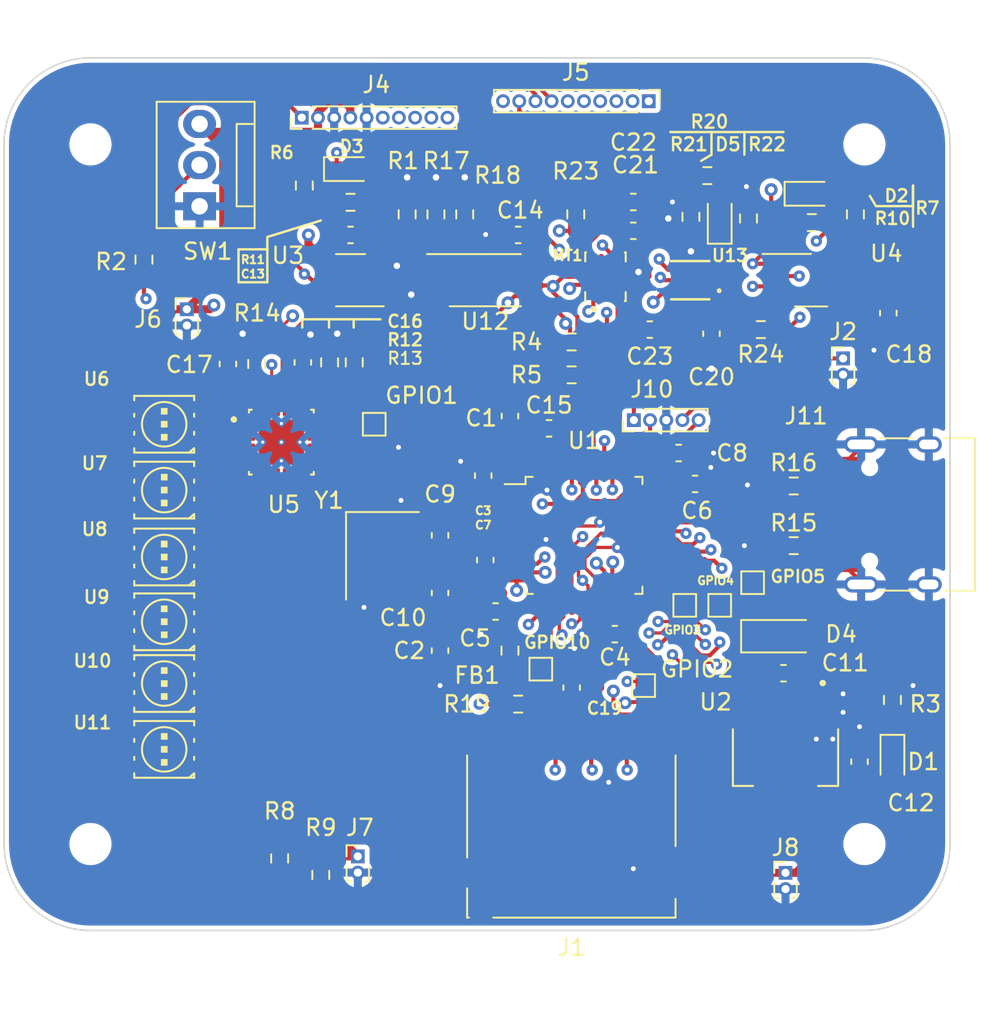
<source format=kicad_pcb>
(kicad_pcb (version 20221018) (generator pcbnew)
  (layers (0 "F.Cu" signal) (1 "In1.Cu" signal) (2 "In2.Cu" signal) (31 "B.Cu" power) (34 "B.Paste" user) (35 "F.Paste" user) (36 "B.SilkS" user "B.Silkscreen") (37 "F.SilkS" user "F.Silkscreen") (38 "B.Mask" user) (39 "F.Mask" user) (44 "Edge.Cuts" user))
  (net 0 "")
  (net 1 "+3.3V")
  (net 2 "GND")
  (net 3 "+3.3VA")
  (net 4 "/uController/NRST")
  (net 5 "/uController/OSC_IN")
  (net 6 "/uController/OSC_OUT")
  (net 7 "VBUS")
  (net 8 "Net-(U5-VCAP)")
  (net 9 "/uController/PWR_LED_K")
  (net 10 "Net-(D2-K)")
  (net 11 "/Peripherals/5273_INT_IND_A")
  (net 12 "Net-(D5-K)")
  (net 14 "GPIO_5")
  (net 15 "SPI1_MOSI")
  (net 16 "SPI1_SCK")
  (net 17 "SPI1_MISO")
  (net 19 "GPIO_1")
  (net 20 "GPIO_2")
  (net 21 "GPIO_11")
  (net 22 "GPIO_12")
  (net 23 "GPIO_13")
  (net 24 "GPIO_4")
  (net 25 "GPIO_14")
  (net 26 "GPIO_9")
  (net 27 "GPIO_10")
  (net 28 "/uController/ADC1_0")
  (net 29 "/uController/ADC1_7")
  (net 30 "/uController/ADC1_8")
  (net 31 "/uController/ADC2_5")
  (net 32 "/uController/ADC2_6")
  (net 33 "/uController/UART1_TX")
  (net 34 "/uController/UART1_RX")
  (net 35 "I2C1_SCL")
  (net 36 "I2C1_SDA")
  (net 37 "/uController/I2C2_SCL")
  (net 38 "/uController/I2C2_SDA")
  (net 39 "/uController/BOOT0")
  (net 40 "/uController/SWCLK")
  (net 41 "/uController/SWDIO")
  (net 42 "Net-(J11-CC1)")
  (net 43 "/uController/USB+")
  (net 44 "/uController/USB-")
  (net 46 "Net-(J11-CC2)")
  (net 48 "Net-(MT1-AP_SDO{slash}AP_AD0)")
  (net 51 "GPIO_7")
  (net 52 "GPIO_8")
  (net 55 "/Peripherals/AT24CS04-XHM_A1")
  (net 56 "Net-(U5-ADDR1)")
  (net 57 "Net-(U5-ADDR0)")
  (net 58 "Net-(U5-IRF)")
  (net 59 "/Peripherals/AT24CS04-XHM_A2")
  (net 60 "/Peripherals/AT24CS04-XHM_WP")
  (net 61 "GPIO_6")
  (net 62 "Net-(U13-ADDR)")
  (net 66 "/Peripherals/LED0_R")
  (net 67 "/Peripherals/LED0_G")
  (net 68 "/Peripherals/LED0_B")
  (net 69 "/Peripherals/LED1_R")
  (net 70 "/Peripherals/LED1_G")
  (net 71 "/Peripherals/LED1_B")
  (net 72 "/Peripherals/LED2_R")
  (net 73 "/Peripherals/LED2_G")
  (net 74 "/Peripherals/LED2_B")
  (net 75 "/Peripherals/LED3_R")
  (net 76 "/Peripherals/LED3_G")
  (net 77 "/Peripherals/LED3_B")
  (net 78 "/Peripherals/LED4_R")
  (net 79 "/Peripherals/LED4_G")
  (net 80 "/Peripherals/LED4_B")
  (net 81 "/Peripherals/LED5_R")
  (net 82 "/Peripherals/LED5_G")
  (net 83 "/Peripherals/LED5_B")
  (net 90 "GPIO_3")
  (net 92 "/uController/VBUS_USB")
  (net 93 "/uController/BOOT0_PP")
  (footprint "LED_SMD:LED_0603_1608Metric_Pad1.05x0.95mm_HandSolder" (layer "F.Cu") (at 118.191 32.258)
    (fp_text reference "D2")
    (fp_text value "Yellow")
  )
  (footprint "TestPoint:TestPoint_Pad_1.0x1.0mm" (layer "F.Cu") (at 110.363 57.658)
    (fp_text reference "GPIO3")
    (fp_text value "TestPoint")
  )
  (footprint "TestPoint:TestPoint_Pad_1.0x1.0mm" (layer "F.Cu") (at 101.473 61.595)
    (fp_text reference "GPIO10")
    (fp_text value "TestPoint")
  )
  (footprint "Crystal:Crystal_SMD_3225-4Pin_3.2x2.5mm_HandSoldering" (layer "F.Cu") (at 91.694 54.6 -90)
    (fp_text reference "Y1")
    (fp_text value "16MHz OSC")
  )
  (footprint "Resistor_SMD:R_0603_1608Metric_Pad0.98x0.95mm_HandSolder" (layer "F.Cu") (at 76.962 36.322 90)
    (fp_text reference "R2")
    (fp_text value "1K5")
  )
  (footprint "LP5018RSMR:QFN40P400X400X100-33N" (layer "F.Cu") (at 85.44955 47.588)
    (fp_text reference "U5")
    (fp_text value "LP5018RSMR")
  )
  (footprint "Package_SO:TSSOP-8_4.4x3mm_P0.65mm" (layer "F.Cu") (at 98.044 37.592)
    (fp_text reference "U12")
    (fp_text value "AT24CS04-XHM")
  )
  (footprint "ASMB-TTF0-0A20B:PLCC-6" (layer "F.Cu") (at 78.21355 66.548)
    (fp_text reference "U11")
    (fp_text value "ASMB-TTF0-0A20B")
  )
  (footprint "Connector_Card:microSD_HC_Hirose_DM3D-SF" (layer "F.Cu") (at 103.358 71.146 180)
    (fp_text reference "J1")
    (fp_text value "Micro_SD_Card")
  )
  (footprint "Capacitor_SMD:C_0603_1608Metric_Pad1.08x0.95mm_HandSolder" (layer "F.Cu") (at 122.936 39.624 -90)
    (fp_text reference "C18")
    (fp_text value "1u")
  )
  (footprint "ICM-42670-P:XDCR_ICM-42670-P" (layer "F.Cu") (at 105.46675 37.3795 90)
    (fp_text reference "MT1")
    (fp_text value "ICM-42670-P")
  )
  (footprint "MountingHole:MountingHole_2.2mm_M2" (layer "F.Cu") (at 73.66 72.39)
    (fp_text reference "H3" hide)
    (fp_text value "MountingHole")
  )
  (footprint "Resistor_SMD:R_0603_1608Metric_Pad0.98x0.95mm_HandSolder" (layer "F.Cu") (at 85.344 73.279 -90)
    (fp_text reference "R8")
    (fp_text value "1K5")
  )
  (footprint "Resistor_SMD:R_0603_1608Metric_Pad0.98x0.95mm_HandSolder" (layer "F.Cu") (at 111.76 31.1385)
    (fp_text reference "R20")
    (fp_text value "5K1")
  )
  (footprint "Capacitor_SMD:C_0603_1608Metric_Pad1.08x0.95mm_HandSolder" (layer "F.Cu") (at 82.14755 42.762 90)
    (fp_text reference "C17")
    (fp_text value "1u")
  )
  (footprint "Capacitor_SMD:C_0603_1608Metric_Pad1.08x0.95mm_HandSolder" (layer "F.Cu") (at 106.045 59.436 180)
    (fp_text reference "C4")
    (fp_text value "100n")
  )
  (footprint "TestPoint:TestPoint_Pad_1.0x1.0mm" (layer "F.Cu") (at 112.522 57.658)
    (fp_text reference "GPIO4")
    (fp_text value "TestPoint")
  )
  (footprint "TLV1117LV33DCYR:VREG_TLV1117LV33DCYR" (layer "F.Cu") (at 116.586 67.056 -90)
    (fp_text reference "U2")
    (fp_text value "TLV1117LV33DCYR")
  )
  (footprint "Resistor_SMD:R_0603_1608Metric_Pad0.98x0.95mm_HandSolder" (layer "F.Cu") (at 120.904 33.528 -90)
    (fp_text reference "R7")
    (fp_text value "1K5")
  )
  (footprint "Capacitor_SMD:C_0603_1608Metric_Pad1.08x0.95mm_HandSolder" (layer "F.Cu") (at 89.72125 34.798)
    (fp_text reference "C13")
    (fp_text value "1u")
  )
  (footprint "Resistor_SMD:R_0603_1608Metric_Pad0.98x0.95mm_HandSolder" (layer "F.Cu") (at 123.19 63.5 -90)
    (fp_text reference "R3")
    (fp_text value "1K5")
  )
  (footprint "ASMB-TTF0-0A20B:PLCC-6" (layer "F.Cu") (at 78.21355 54.674)
    (fp_text reference "U8")
    (fp_text value "ASMB-TTF0-0A20B")
  )
  (footprint "Resistor_SMD:R_0603_1608Metric_Pad0.98x0.95mm_HandSolder" (layer "F.Cu") (at 103.632 33.528 -90)
    (fp_text reference "R23")
    (fp_text value "1K5")
  )
  (footprint "Connector_PinHeader_1.00mm:PinHeader_1x02_P1.00mm_Vertical" (layer "F.Cu") (at 79.61055 39.386)
    (fp_text reference "J6")
    (fp_text value "Conn_01x02_Pin")
  )
  (footprint "USBC:USB_C_Receptacle_HRO_TYPE-C-31-M-12" (layer "F.Cu") (at 124.385 52.049 90)
    (fp_text reference "J11")
    (fp_text value "USB_C_Receptacle_USB2.0")
  )
  (footprint "Capacitor_SMD:C_0603_1608Metric_Pad1.08x0.95mm_HandSolder" (layer "F.Cu") (at 107.188 34.544)
    (fp_text reference "C21")
    (fp_text value "100n")
  )
  (footprint "ASMB-TTF0-0A20B:PLCC-6" (layer "F.Cu") (at 78.21355 50.546)
    (fp_text reference "U7")
    (fp_text value "ASMB-TTF0-0A20B")
  )
  (footprint "Resistor_SMD:R_0603_1608Metric_Pad0.98x0.95mm_HandSolder" (layer "F.Cu") (at 83.92555 42.762 -90)
    (fp_text reference "R14")
    (fp_text value "3K")
  )
  (footprint "Capacitor_SMD:C_0603_1608Metric_Pad1.08x0.95mm_HandSolder" (layer "F.Cu") (at 100.076 34.798 180)
    (fp_text reference "C14")
    (fp_text value "1u")
  )
  (footprint "Connector_PinHeader_1.00mm:PinHeader_1x02_P1.00mm_Vertical" (layer "F.Cu") (at 120.142 42.418)
    (fp_text reference "J2")
    (fp_text value "Conn_01x02_Pin")
  )
  (footprint "Resistor_SMD:R_0603_1608Metric_Pad0.98x0.95mm_HandSolder" (layer "F.Cu") (at 99.568 60.452 90)
    (fp_text reference "FB1")
    (fp_text value "120R")
  )
  (footprint "TestPoint:TestPoint_Pad_1.0x1.0mm" (layer "F.Cu") (at 114.554 56.261)
    (fp_text reference "GPIO5")
    (fp_text value "TestPoint")
  )
  (footprint "Capacitor_SMD:C_0603_1608Metric_Pad1.08x0.95mm_HandSolder" (layer "F.Cu") (at 121.158 67.31 90)
    (fp_text reference "C12")
    (fp_text value "1u")
  )
  (footprint "Resistor_SMD:R_0603_1608Metric_Pad0.98x0.95mm_HandSolder" (layer "F.Cu") (at 110.744 33.6785 90)
    (fp_text reference "R21")
    (fp_text value "1K5")
  )
  (footprint "LED_SMD:LED_0603_1608Metric_Pad1.05x0.95mm_HandSolder" (layer "F.Cu") (at 89.74375 30.734)
    (fp_text reference "D3")
    (fp_text value "Yellow")
  )
  (footprint "Connector_PinHeader_1.00mm:PinHeader_1x05_P1.00mm_Vertical" (layer "F.Cu") (at 107.22 46.228 90)
    (fp_text reference "J10")
    (fp_text value "Conn_01x05_Pin")
  )
  (footprint "Package_TO_SOT_SMD:SOT-23-6_Handsoldering" (layer "F.Cu") (at 89.72125 37.592 180)
    (fp_text reference "U3")
    (fp_text value "TMAG5273B1QDBVR")
  )
  (footprint "Resistor_SMD:R_0603_1608Metric_Pad0.98x0.95mm_HandSolder" (layer "F.Cu") (at 117.094 50.292)
    (fp_text reference "R16")
    (fp_text value "5K1")
  )
  (footprint "Resistor_SMD:R_0603_1608Metric_Pad0.98x0.95mm_HandSolder" (layer "F.Cu") (at 115.062 40.64)
    (fp_text reference "R24")
    (fp_text value "1K5")
  )
  (footprint "Capacitor_SMD:C_0603_1608Metric_Pad1.08x0.95mm_HandSolder" (layer "F.Cu") (at 112.014 40.894 -90)
    (fp_text reference "C20")
    (fp_text value "1u")
  )
  (footprint "ASMB-TTF0-0A20B:PLCC-6" (layer "F.Cu") (at 78.21355 62.484)
    (fp_text reference "U10")
    (fp_text value "ASMB-TTF0-0A20B")
  )
  (footprint "Resistor_SMD:R_0603_1608Metric_Pad0.98x0.95mm_HandSolder" (layer "F.Cu") (at 94.996 33.528 -90)
    (fp_text reference "R17")
    (fp_text value "1K5")
  )
  (footprint "TestPoint:TestPoint_Pad_1.0x1.0mm" (layer "F.Cu") (at 107.823 62.611)
    (fp_text reference "GPIO2")
    (fp_text value "TestPoint")
  )
  (footprint "Resistor_SMD:R_0603_1608Metric_Pad0.98x0.95mm_HandSolder" (layer "F.Cu") (at 88.4276 42.6629 -90)
    (fp_text reference "R12")
    (fp_text value "1K5")
  )
  (footprint "Resistor_SMD:R_0603_1608Metric_Pad0.98x0.95mm_HandSolder" (layer "F.Cu") (at 103.378 43.434 180)
    (fp_text reference "R5")
    (fp_text value "1K5")
  )
  (footprint "MountingHole:MountingHole_2.2mm_M2" (layer "F.Cu") (at 121.46 72.39)
    (fp_text reference "H4" hide)
    (fp_text value "MountingHole")
  )
  (footprint "Resistor_SMD:R_0603_1608Metric_Pad0.98x0.95mm_HandSolder" (layer "F.Cu") (at 89.9516 42.6629 -90)
    (fp_text reference "R13")
    (fp_text value "1K5")
  )
  (footprint "Resistor_SMD:R_0603_1608Metric_Pad0.98x0.95mm_HandSolder" (layer "F.Cu") (at 100.076 63.754 180)
    (fp_text reference "R19")
    (fp_text value "1K5")
  )
  (footprint "Resistor_SMD:R_0603_1608Metric_Pad0.98x0.95mm_HandSolder" (layer "F.Cu") (at 103.378 41.402 180)
    (fp_text reference "R4")
    (fp_text value "1K5")
  )
  (footprint "Connector_PinHeader_1.00mm:PinHeader_1x10_P1.00mm_Vertical" (layer "F.Cu") (at 108.14 26.543 -90)
    (fp_text reference "J5")
    (fp_text value "Conn_01x10_Pin")
  )
  (footprint "MountingHole:MountingHole_2.2mm_M2" (layer "F.Cu") (at 73.66 29.21)
    (fp_text reference "H2" hide)
    (fp_text value "MountingHole")
  )
  (footprint "Connector_PinHeader_1.00mm:PinHeader_1x02_P1.00mm_Vertical" (layer "F.Cu") (at 116.586 74.168)
    (fp_text reference "J8")
    (fp_text value "Conn_01x02_Pin")
  )
  (footprint "Capacitor_SMD:C_0603_1608Metric_Pad1.08x0.95mm_HandSolder" (layer "F.Cu") (at 116.459 61.849)
    (fp_text reference "C11")
    (fp_text value "1u")
  )
  (footprint "Capacitor_SMD:C_0603_1608Metric_Pad1.08x0.95mm_HandSolder" (layer "F.Cu") (at 99.568 45.974 90)
    (fp_text reference "C1")
    (fp_text value "10u")
  )
  (footprint "LED_SMD:LED_0603_1608Metric_Pad1.05x0.95mm_HandSolder" (layer "F.Cu") (at 112.522 33.6785 90)
    (fp_text reference "D5")
    (fp_text value "Yellow")
  )
  (footprint "Resistor_SMD:R_0603_1608Metric_Pad0.98x0.95mm_HandSolder" (layer "F.Cu") (at 89.72125 32.786 180)
    (fp_text reference "R11")
    (fp_text value "1K5")
  )
  (footprint "Resistor_SMD:R_0603_1608Metric_Pad0.98x0.95mm_HandSolder" (layer "F.Cu") (at 86.868 31.75 90)
    (fp_text reference "R6")
    (fp_text value "1K5")
  )
  (footprint "Capacitor_SMD:C_0603_1608Metric_Pad1.08x0.95mm_HandSolder" (layer "F.Cu") (at 95.25 53.34 90)
    (fp_text reference "C9")
    (fp_text value "10p")
  )
  (footprint "Resistor_SMD:R_0603_1608Metric_Pad0.98x0.95mm_HandSolder" (layer "F.Cu") (at 87.884 74.295 -90)
    (fp_text reference "R9")
    (fp_text value "1K5")
  )
  (footprint "MountingHole:MountingHole_2.2mm_M2" (layer "F.Cu") (at 121.46 29.21)
    (fp_text reference "H1" hide)
    (fp_text value "MountingHole")
  )
  (footprint "Capacitor_SMD:C_0603_1608Metric_Pad1.08x0.95mm_HandSolder" (layer "F.Cu") (at 98.679 58.039 180)
    (fp_text reference "C5")
    (fp_text value "1u")
  )
  (footprint "Capacitor_SMD:C_0603_1608Metric_Pad1.08x0.95mm_HandSolder" (layer "F.Cu") (at 101.981 46.736)
    (fp_text reference "C15")
    (fp_text value "100n")
  )
  (footprint "Capacitor_SMD:C_0603_1608Metric_Pad1.08x0.95mm_HandSolder" (layer "F.Cu") (at 108.204 40.64)
    (fp_text reference "C23")
    (fp_text value "100n")
  )
  (footprint "Package_SO:VSSOP-8_3.0x3.0mm_P0.65mm" (layer "F.Cu") (at 118.16925 37.592)
    (fp_text reference "U4")
    (fp_text value "TMAG5170-Q1")
  )
  (footprint "Resistor_SMD:R_0603_1608Metric_Pad0.98x0.95mm_HandSolder" (layer "F.Cu") (at 114.3 33.782 -90)
    (fp_text reference "R22")
    (fp_text value "1K5")
  )
  (footprint "ASMB-MTB1-0A3A2:DNP6_TEX" (layer "F.Cu") (at 110.7036 37.592 180)
    (fp_text reference "U13")
    (fp_text value "OPT3002DNPR")
  )
  (footprint "Resistor_SMD:R_0603_1608Metric_Pad0.98x0.95mm_HandSolder" (layer "F.Cu") (at 117.094 53.975)
    (fp_text reference "R15")
    (fp_text value "5K1")
  )
  (footprint "TestPoint:TestPoint_Pad_1.0x1.0mm" (layer "F.Cu") (at 91.186 46.482)
    (fp_text reference "GPIO1")
    (fp_text value "TestPoint")
  )
  (footprint "Resistor_SMD:R_0603_1608Metric_Pad0.98x0.95mm_HandSolder" (layer "F.Cu") (at 118.2135 34.036)
    (fp_text reference "R10")
    (fp_text value "1K5")
  )
  (footprint "Resistor_SMD:R_0603_1608Metric_Pad0.98x0.95mm_HandSolder" (layer "F.Cu") (at 93.218 33.528 -90)
    (fp_text reference "R1")
    (fp_text value "1K5")
  )
  (footprint "LED_SMD:LED_0603_1608Metric_Pad1.05x0.95mm_HandSolder" (layer "F.Cu") (at 123.19 67.31 -90)
    (fp_text reference "D1")
    (fp_text value "Red")
  )
  (footprint "Diode_SMD:D_SOD-123" (layer "F.Cu") (at 116.205 59.563)
    (fp_text reference "D4")
    (fp_text value "SM5817PL-TP")
  )
  (footprint "Capacitor_SMD:C_0603_1608Metric_Pad1.08x0.95mm_HandSolder" (layer "F.Cu") (at 103.378 62.738 90)
    (fp_text reference "C19")
    (fp_text value "1u")
  )
  (footprint "Capacitor_SMD:C_0603_1608Metric_Pad1.08x0.95mm_HandSolder" (layer "F.Cu") (at 98.044 54.864 90)
    (fp_text reference "C7")
    (fp_text value "10n")
  )
  (footprint "Package_QFP:LQFP-48_7x7mm_P0.5mm" (layer "F.Cu") (at 104.14 53.34)
    (fp_text reference "U1")
    (fp_text value "STM32F103C8T6TR")
  )
  (footprint "Capacitor_SMD:C_0603_1608Metric_Pad1.08x0.95mm_HandSolder" (layer "F.Cu") (at 86.7766 42.6629 90)
    (fp_text reference "C16")
    (fp_text value "1u")
  )
  (footprint "Capacitor_SMD:C_0603_1608Metric_Pad1.08x0.95mm_HandSolder" (layer "F.Cu") (at 95.25 60.452 -90)
    (fp_text reference "C2")
    (fp_text value "1u")
  )
  (footprint "Capacitor_SMD:C_0603_1608Metric_Pad1.08x0.95mm_HandSolder" (layer "F.Cu") (at 110.998 50.165)
    (fp_text reference "C6")
    (fp_text value "100n")
  )
  (footprint "Capacitor_SMD:C_0603_1608Metric_Pad1.08x0.95mm_HandSolder" (layer "F.Cu") (at 107.188 32.766)
    (fp_text reference "C22")
    (fp_text value "1u")
  )
  (footprint "Capacitor_SMD:C_0603_1608Metric_Pad1.08x0.95mm_HandSolder" (layer "F.Cu") (at 97.917 49.657 90)
    (fp_text reference "C3")
    (fp_text value "100n")
  )
  (footprint "Connector:FanPinHeader_1x03_P2.54mm_Vertical" (layer "F.Cu") (at 80.397 33.03 90)
    (fp_text reference "SW1")
    (fp_text value "SW_SPDT")
  )
  (footprint "ASMB-TTF0-0A20B:PLCC-6" (layer "F.Cu") (at 78.21355 46.482)
    (fp_text reference "U6")
    (fp_text value "ASMB-TTF0-0A20B")
  )
  (footprint "Capacitor_SMD:C_0603_1608Metric_Pad1.08x0.95mm_HandSolder" (layer "F.Cu") (at 95.25 56.896 -90)
    (fp_text reference "C10")
    (fp_text value "10p")
  )
  (footprint "Capacitor_SMD:C_0603_1608Metric_Pad1.08x0.95mm_HandSolder" (layer "F.Cu") (at 109.982 48.26)
    (fp_text reference "C8")
    (fp_text value "100n")
  )
  (footprint "Resistor_SMD:R_0603_1608Metric_Pad0.98x0.95mm_HandSolder" (layer "F.Cu") (at 96.774 33.528 -90)
    (fp_text reference "R18")
    (fp_text value "1K5")
  )
  (footprint "ASMB-TTF0-0A20B:PLCC-6" (layer "F.Cu") (at 78.21355 58.674)
    (fp_text reference "U9")
    (fp_text value "ASMB-TTF0-0A20B")
  )
  (footprint "Connector_PinHeader_1.00mm:PinHeader_1x10_P1.00mm_Vertical" (layer "F.Cu") (at 86.71 27.559 90)
    (fp_text reference "J4")
    (fp_text value "Conn_01x10_Pin")
  )
  (footprint "Connector_PinHeader_1.00mm:PinHeader_1x02_P1.00mm_Vertical" (layer "F.Cu") (at 90.17 73.152)
    (fp_text reference "J7")
    (fp_text value "Conn_01x02_Pin")
  )
  (gr_line (start 84.582 35.687) (end 84.582 34.925) (stroke (width 0.15)) (layer "F.SilkS"))
  (gr_line (start 114.046 29.845) (end 114.046 28.448) (stroke (width 0.15)) (layer "F.SilkS"))
  (gr_line (start 124.46 33.02) (end 124.46 31.75) (stroke (width 0.15)) (layer "F.SilkS"))
  (gr_line (start 112.014 29.845) (end 112.014 28.448) (stroke (width 0.15)) (layer "F.SilkS"))
  (gr_line (start 82.804 37.719) (end 83.058 37.719) (stroke (width 0.15)) (layer "F.SilkS"))
  (gr_line (start 84.582 37.719) (end 84.582 35.687) (stroke (width 0.15)) (layer "F.SilkS"))
  (gr_line (start 83.058 37.719) (end 84.582 37.719) (stroke (width 0.15)) (layer "F.SilkS"))
  (gr_line (start 112.014 29.845) (end 111.379 30.226) (stroke (width 0.15)) (layer "F.SilkS"))
  (gr_line (start 122.174 33.02) (end 121.793 32.385) (stroke (width 0.15)) (layer "F.SilkS"))
  (gr_line (start 86.741 40.005) (end 86.741 40.513) (stroke (width 0.15)) (layer "F.SilkS"))
  (gr_line (start 124.46 31.75) (end 124.46 34.29) (stroke (width 0.15)) (layer "F.SilkS"))
  (gr_line (start 84.582 34.925) (end 87.884 33.909) (stroke (width 0.15)) (layer "F.SilkS"))
  (gr_line (start 109.474 28.448) (end 116.459 28.448) (stroke (width 0.15)) (layer "F.SilkS"))
  (gr_line (start 89.916 40.005) (end 89.916 40.513) (stroke (width 0.15)) (layer "F.SilkS"))
  (gr_line (start 88.392 40.005) (end 88.392 40.513) (stroke (width 0.15)) (layer "F.SilkS"))
  (gr_line (start 122.174 33.02) (end 124.46 33.02) (stroke (width 0.15)) (layer "F.SilkS"))
  (gr_line (start 84.582 35.687) (end 82.804 35.687) (stroke (width 0.15)) (layer "F.SilkS"))
  (gr_line (start 91.567 40.005) (end 86.741 40.005) (stroke (width 0.15)) (layer "F.SilkS"))
  (gr_line (start 82.804 35.687) (end 82.804 37.719) (stroke (width 0.15)) (layer "F.SilkS"))
  (gr_arc (start 68.326 28.956) (mid 69.974915 25.345259) (end 73.66 23.869956) (stroke (width 0.1)) (layer "Edge.Cuts"))
  (gr_line (start 126.746 29.21) (end 126.746 72.39) (stroke (width 0.1)) (layer "Edge.Cuts"))
  (gr_arc (start 126.746 72.39) (mid 125.183708 76.161708) (end 121.412 77.724) (stroke (width 0.1)) (layer "Edge.Cuts"))
  (gr_line (start 121.412 77.724) (end 73.66 77.724) (stroke (width 0.1)) (layer "Edge.Cuts"))
  (gr_line (start 68.326 72.39) (end 68.326 28.956) (stroke (width 0.1)) (layer "Edge.Cuts"))
  (gr_line (start 73.66 23.869956) (end 121.412 23.876) (stroke (width 0.1)) (layer "Edge.Cuts"))
  (gr_arc (start 121.412 23.876) (mid 125.183708 25.438292) (end 126.746 29.21) (stroke (width 0.1)) (layer "Edge.Cuts"))
  (gr_arc (start 73.66 77.724) (mid 69.888292 76.161708) (end 68.326 72.39) (stroke (width 0.1)) (layer "Edge.Cuts"))
  (segment (start 111.506 64.0345) (end 106.9075 59.436) (width 0.5) (layer "F.Cu") (net 1))
  (segment (start 120.904 32.6155) (end 119.4235 32.6155) (width 0.254) (layer "F.Cu") (net 1))
  (segment (start 100.9065 36.617) (end 100.9065 34.83) (width 0.254) (layer "F.Cu") (net 1))
  (segment (start 111.7323 38.241999) (end 112.155999 38.241999) (width 0.25) (layer "F.Cu") (net 1))
  (segment (start 112.155999 38.241999) (end 112.649 38.735) (width 0.25) (layer "F.Cu") (net 1))
  (segment (start 98.77 44.486) (end 99.822 43.434) (width 0.5) (layer "F.Cu") (net 1))
  (segment (start 111.506 70.485) (end 111.506 64.0345) (width 0.5) (layer "F.Cu") (net 1))
  (segment (start 117.348 41.442) (end 114.9515 41.442) (width 0.254) (layer "F.Cu") (net 1))
  (segment (start 89.916 69.85) (end 90.17 69.596) (width 0.5) (layer "F.Cu") (net 1))
  (segment (start 121.706 33.4175) (end 120.904 32.6155) (width 0.254) (layer "F.Cu") (net 1))
  (segment (start 87.884 73.3825) (end 88.1145 73.152) (width 0.5) (layer "F.Cu") (net 1))
  (segment (start 120.36925 38.567) (end 117.49425 41.442) (width 0.254) (layer "F.Cu") (net 1))
  (segment (start 122.174 68.1725) (end 123.1775 68.1725) (width 0.5) (layer "F.Cu") (net 1))
  (segment (start 121.706 38.20925) (end 121.706 33.4175) (width 0.254) (layer "F.Cu") (net 1))
  (segment (start 78.851 39.386) (end 79.61055 39.386) (width 0.5) (layer "F.Cu") (net 1))
  (segment (start 105.1325 61.1105) (end 106.807 59.436) (width 0.5) (layer "F.Cu") (net 1))
  (segment (start 97.5625 50.165) (end 97.917 50.5195) (width 0.5) (layer "F.Cu") (net 1))
  (segment (start 89.916 69.85) (end 89.535 70.231) (width 0.5) (layer "F.Cu") (net 1))
  (segment (start 112.649 38.735) (end 112.649 39.3965) (width 0.25) (layer "F.Cu") (net 1))
  (segment (start 117.348 41.442) (end 117.642 41.442) (width 0.254) (layer "F.Cu") (net 1))
  (segment (start 99.822 43.434) (end 102.4655 43.434) (width 0.5) (layer "F.Cu") (net 1))
  (segment (start 89.5615 59.5895) (end 88.519 58.547) (width 0.5) (layer "F.Cu") (net 1))
  (segment (start 87.71 27.225) (end 87.71 27.559) (width 0.5) (layer "F.Cu") (net 1))
  (segment (start 96.937 62.829) (end 90.17 69.596) (width 0.5) (layer "F.Cu") (net 1))
  (segment (start 104.27 63.6005) (end 105.1325 62.738) (width 0.5) (layer "F.Cu") (net 1))
  (segment (start 107.22 40.7615) (end 107.22 46.228) (width 0.25) (layer "F.Cu") (net 1))
  (segment (start 100.0635 62.829) (end 96.937 62.829) (width 0.5) (layer "F.Cu") (net 1))
  (segment (start 88.37125 35.2855) (end 88.85875 34.798) (width 0.254) (layer "F.Cu") (net 1))
  (segment (start 76.05455 53.593) (end 76.05455 42.18245) (width 0.5) (layer "F.Cu") (net 1))
  (segment (start 101.241931 46.863) (end 101.408103 47.029172) (width 0.5) (layer "F.Cu") (net 1))
  (segment (start 89.535 72.517) (end 90.17 73.152) (width 0.5) (layer "F.Cu") (net 1))
  (segment (start 99.7665 33.626) (end 90.03075 33.626) (width 0.254) (layer "F.Cu") (net 1))
  (segment (start 97.9875 50.59) (end 97.917 50.5195) (width 0.2794) (layer "F.Cu") (net 1))
  (segment (start 119.4235 32.6155) (end 119.066 32.258) (width 0.254) (layer "F.Cu") (net 1))
  (segment (start 122.174 68.1725) (end 122.174 69.215) (width 0.5) (layer "F.Cu") (net 1))
  (segment (start 104.26475 36.59) (end 104.26475 35.490825) (width 0.254) (layer "F.Cu") (net 1))
  (segment (start 103.483 65.796) (end 103.483 63.7055) (width 0.5) (layer "F.Cu") (net 1))
  (segment (start 89.71 26.95796) (end 89.43604 26.684) (width 0.5) (layer "F.Cu") (net 1))
  (segment (start 112.649 39.3965) (end 112.014 40.0315) (width 0.25) (layer "F.Cu") (net 1))
  (segment (start 120.36925 38.567) (end 122.7415 38.567) (width 0.254) (layer "F.Cu") (net 1))
  (segment (start 112.522 31.289) (end 112.6725 31.1385) (width 0.254) (layer "F.Cu") (net 1))
  (segment (start 89.71 27.559) (end 89.71 26.95796) (width 0.5) (layer "F.Cu") (net 1))
  (segment (start 100.9065 36.617) (end 104.29175 36.617) (width 0.254) (layer "F.Cu") (net 1))
  (segment (start 118.618 42.418) (end 120.142 42.418) (width 0.254) (layer "F.Cu") (net 1))
  (segment (start 122.174 69.215) (end 117.221 74.168) (width 0.5) (layer "F.Cu") (net 1))
  (segment (start 86.04955 44.78136) (end 86.7766 44.05431) (width 0.1778) (layer "F.Cu") (net 1))
  (segment (start 99.7955 46.863) (end 101.241931 46.863) (width 0.5) (layer "F.Cu") (net 1))
  (segment (start 99.568 62.3335) (end 99.568 61.3645) (width 0.5) (layer "F.Cu") (net 1))
  (segment (start 105.211575 34.544) (end 106.3255 34.544) (width 0.254) (layer "F.Cu") (net 1))
  (segment (start 115.189 74.168) (end 111.506 70.485) (width 0.5) (layer "F.Cu") (net 1))
  (segment (start 99.695 46.621272) (end 98.77 45.696272) (width 0.5) (layer "F.Cu") (net 1))
  (segment (start 108.2045 36.793387) (end 107.606113 36.195) (width 0.2032) (layer "F.Cu") (net 1))
  (segment (start 114.9515 41.442) (end 114.1495 40.64) (width 0.254) (layer "F.Cu") (net 1))
  (segment (start 106.89 59.4185) (end 106.9075 59.436) (width 0.2794) (layer "F.Cu") (net 1))
  (segment (start 117.9465 31.1385) (end 119.066 32.258) (width 0.254) (layer "F.Cu") (net 1))
  (segment (start 79.74 39.386) (end 81.026 39.386) (width 0.5) (layer "F.Cu") (net 1))
  (segment (start 120.36925 38.567) (end 121.34825 38.567) (width 0.254) (layer "F.Cu") (net 1))
  (segment (start 110.6055 41.44) (end 108.1415 41.44) (width 0.25) (layer "F.Cu") (net 1))
  (segment (start 123.1775 68.1725) (end 123.19 68.185) (width 0.5) (layer "F.Cu") (net 1))
  (segment (start 88.85875 34.798) (end 88.85875 32.836) (width 0.254) (layer "F.Cu") (net 1))
  (segment (start 104.55425 36.8795) (end 104.26475 36.59) (width 0.254) (layer "F.Cu") (net 1))
  (segment (start 81.862 37.13455) (end 81.862 29.415) (width 0.5) (layer "F.Cu") (net 1))
  (segment (start 80.397 27.95) (end 80.881 28.434) (width 0.5) (layer "F.Cu") (net 1))
  (segment (start 106.21675 34.88025) (end 106.21675 36.217) (width 0.254) (layer "F.Cu") (net 1))
  (segment (start 86.04955 45.593) (end 86.04955 44.78136) (width 0.1778) (layer "F.Cu") (net 1))
  (segment (start 112.6225 40.64) (end 112.014 40.0315) (width 0.254) (layer "F.Cu") (net 1))
  (segment (start 81.862 29.415) (end 80.397 27.95) (width 0.5) (layer "F.Cu") (net 1))
  (segment (start 87.122 35.39275) (end 88.37125 36.642) (width 0.5) (layer "F.Cu") (net 1))
  (segment (start 76.05355 57.594) (end 76.05355 53.594) (width 0.5) (layer "F.Cu") (net 1))
  (segment (start 88.519 58.547) (end 88.519 50.8) (width 0.5) (layer "F.Cu") (net 1))
  (segment (start 116.586 74.168) (end 115.189 74.168) (width 0.5) (layer "F.Cu") (net 1))
  (segment (start 100.9385 34.798) (end 99.7665 33.626) (width 0.254) (layer "F.Cu") (net 1))
  (segment (start 87.122 34.798) (end 87.122 35.39275) (width 0.5) (layer "F.Cu") (net 1))
  (segment (start 86.36 73.3825) (end 85.344 72.3665) (width 0.5) (layer "F.Cu") (net 1))
  (segment (start 87.71 28.309) (end 87.71 27.559) (width 0.5) (layer "F.Cu") (net 1))
  (segment (start 88.519 50.8) (end 89.154 50.165) (width 0.5) (layer "F.Cu") (net 1))
  (segment (start 108.3025 50.59) (end 109.7105 50.59) (width 0.2794) (layer "F.Cu") (net 1))
  (segment (start 108.3025 50.59) (end 107.437871 50.59) (width 0.2794) (layer "F.Cu") (net 1))
  (segment (start 86.7766 43.5254) (end 87.503 42.799) (width 0.254) (layer "F.Cu") (net 1))
  (segment (start 88.1145 73.152) (end 90.17 73.152) (width 0.5) (layer "F.Cu") (net 1))
  (segment (start 108.1415 41.44) (end 107.3415 40.64) (width 0.25) (layer "F.Cu") (net 1))
  (segment (start 95.25 59.5895) (end 97.0015 61.341) (width 0.5) (layer "F.Cu") (net 1))
  (segment (start 109.7105 50.59) (end 110.1355 50.165) (width 0.2794) (layer "F.Cu") (net 1))
  (segment (start 86.9915 32.786) (end 86.868 32.6625) (width 0.254) (layer "F.Cu") (net 1))
  (segment (start 99.568 62.3335) (end 100.9885 63.754) (width 0.5) (layer "F.Cu") (net 1))
  (segment (start 89.9395 73.3825) (end 90.17 73.152) (width 0.25) (layer "F.Cu") (net 1))
  (segment (start 108.2045 37.374613) (end 108.2045 36.793387) (width 0.2032) (layer "F.Cu") (net 1))
  (segment (start 107.606113 36.195) (end 106.27035 36.195) (width 0.2032) (layer "F.Cu") (net 1))
  (segment (start 112.522 32.8035) (end 112.522 31.289) (width 0.254) (layer "F.Cu") (net 1))
  (segment (start 89.154 50.165) (end 93.599 50.165) (width 0.5) (layer "F.Cu") (net 1))
  (segment (start 121.158 68.1725) (end 122.174 68.1725) (width 0.5) (layer "F.Cu") (net 1))
  (segment (start 112.6725 31.1385) (end 117.9465 31.1385) (width 0.254) (layer "F.Cu") (net 1))
  (segment (start 107.3415 40.64) (end 107.22 40.7615) (width 0.25) (layer "F.Cu") (net 1))
  (segment (start 98.77 45.696272) (end 98.77 44.486) (width 0.5) (layer "F.Cu") (net 1))
  (segment (start 107.3415 38.237613) (end 107.699613 37.8795) (width 0.25) (layer "F.Cu") (net 1))
  (segment (start 97.0015 61.341) (end 99.5445 61.341) (width 0.5) (layer "F.Cu") (net 1))
  (segment (start 117.49425 41.442) (end 117.348 41.442) (width 0.254) (layer "F.Cu") (net 1))
  (segment (start 102.4655 43.434) (end 102.4655 41.402) (width 0.5) (layer "F.Cu") (net 1))
  (segment (start 79.61055 39.386) (end 81.862 37.13455) (width 0.5) (layer "F.Cu") (net 1))
  (segment (start 96.9275 46.8365) (end 99.695 46.8365) (width 0.5) (layer "F.Cu") (net 1))
  (segment (start 88.80875 32.786) (end 86.9915 32.786) (width 0.254) (layer "F.Cu") (net 1))
  (segment (start 106.807 59.436) (end 106.9075 59.436) (width 0.5) (layer "F.Cu") (net 1))
  (segment (start 106.89 59.4185) (end 106.89 57.5025) (width 0.2794) (layer "F.Cu") (net 1))
  (segment (start 100.9885 63.754) (end 103.2245 63.754) (width 0.5) (layer "F.Cu") (net 1))
  (segment (start 97.083 42.799) (end 97.1821 42.8981) (width 0.254) (layer "F.Cu") (net 1))
  (segment (start 100.9885 63.754) (end 100.0635 62.829) (width 0.5) (layer "F.Cu") (net 1))
  (segment (start 76.05355 67.628) (end 76.05355 57.594) (width 0.5) (layer "F.Cu") (net 1))
  (segment (start 87.884 73.3825) (end 86.36 73.3825) (width 0.5) (layer "F.Cu") (net 1))
  (segment (start 93.599 50.165) (end 96.9275 46.8365) (width 0.5) (layer "F.Cu") (net 1))
  (segment (start 106.89 51.137871) (end 106.89 57.5025) (width 0.2794) (layer "F.Cu") (net 1))
  (segment (start 122.7415 38.567) (end 122.936 38.7615) (width 0.254) (layer "F.Cu") (net 1))
  (segment (start 107.437871 50.59) (end 106.89 51.137871) (width 0.2794) (layer "F.Cu") (net 1))
  (segment (start 107.3415 40.64) (end 107.3415 38.237613) (width 0.25) (layer "F.Cu") (net 1))
  (segment (start 89.535 70.231) (end 89.535 72.517) (width 0.5) (layer "F.Cu") (net 1))
  (segment (start 121.34825 38.567) (end 121.706 38.20925) (width 0.254) (layer "F.Cu") (net 1))
  (segment (start 99.568 61.3645) (end 99.5445 61.3645) (width 0.5) (layer "F.Cu") (net 1))
  (segment (start 88.37125 36.642) (end 88.37125 35.2855) (width 0.254) (layer "F.Cu") (net 1))
  (segment (start 86.7766 44.05431) (end 86.7766 43.5254) (width 0.1778) (layer "F.Cu") (net 1))
  (segment (start 117.642 41.442) (end 118.618 42.418) (width 0.254) (layer "F.Cu") (net 1))
  (segment (start 99.9775 50.59) (end 97.9875 50.59) (width 0.2794) (layer "F.Cu") (net 1))
  (segment (start 76.05355 67.628) (end 78.27555 69.85) (width 0.5) (layer "F.Cu") (net 1))
  (segment (start 97.1821 42.8981) (end 98.77 44.486) (width 0.254) (layer "F.Cu") (net 1))
  (segment (start 87.585 28.434) (end 87.71 28.309) (width 0.5) (layer "F.Cu") (net 1))
  (segment (start 93.599 50.165) (end 97.5625 50.165) (width 0.5) (layer "F.Cu") (net 1))
  (segment (start 105.1325 62.738) (end 105.1325 61.1105) (width 0.5) (layer "F.Cu") (net 1))
  (segment (start 104.29175 36.617) (end 104.55425 36.8795) (width 0.254) (layer "F.Cu") (net 1))
  (segment (start 103.378 63.6005) (end 104.27 63.6005) (width 0.5) (layer "F.Cu") (net 1))
  (segment (start 95.25 59.5895) (end 89.5615 59.5895) (width 0.5) (layer "F.Cu") (net 1))
  (segment (start 101.39 49.1775) (end 101.39 47.047275) (width 0.2794) (layer "F.Cu") (net 1))
  (segment (start 76.05455 42.18245) (end 78.851 39.386) (width 0.5) (layer "F.Cu") (net 1))
  (segment (start 114.1495 40.64) (end 112.6225 40.64) (width 0.254) (layer "F.Cu") (net 1))
  (segment (start 99.5445 61.341) (end 99.568 61.3645) (width 0.5) (layer "F.Cu") (net 1))
  (segment (start 103.2245 63.754) (end 103.378 63.6005) (width 0.5) (layer "F.Cu") (net 1))
  (segment (start 80.881 28.434) (end 87.585 28.434) (width 0.5) (layer "F.Cu") (net 1))
  (segment (start 107.699613 37.8795) (end 108.2045 37.374613) (width 0.2032) (layer "F.Cu") (net 1))
  (segment (start 117.221 74.168) (end 116.586 74.168) (width 0.5) (layer "F.Cu") (net 1))
  (segment (start 99.695 46.8365) (end 99.695 46.621272) (width 0.5) (layer "F.Cu") (net 1))
  (segment (start 100.9065 34.83) (end 100.9385 34.798) (width 0.254) (layer "F.Cu") (net 1))
  (segment (start 104.26475 35.490825) (end 105.211575 34.544) (width 0.254) (layer "F.Cu") (net 1))
  (segment (start 99.695 46.9635) (end 99.7955 46.863) (width 0.5) (layer "F.Cu") (net 1))
  (segment (start 88.85875 32.836) (end 88.80875 32.786) (width 0.254) (layer "F.Cu") (net 1))
  (segment (start 112.014 40.0315) (end 110.6055 41.44) (width 0.25) (layer "F.Cu") (net 1))
  (segment (start 106.37925 37.8795) (end 107.699613 37.8795) (width 0.2032) (layer "F.Cu") (net 1))
  (segment (start 78.27555 69.85) (end 89.916 69.85) (width 0.5) (layer "F.Cu") (net 1))
  (segment (start 106.3255 34.544) (end 106.3255 32.766) (width 0.254) (layer "F.Cu") (net 1))
  (segment (start 81.026 39.386) (end 81.28 39.132) (width 0.5) (layer "F.Cu") (net 1))
  (segment (start 103.483 63.7055) (end 103.378 63.6005) (width 0.5) (layer "F.Cu") (net 1))
  (segment (start 87.503 42.799) (end 97.083 42.799) (width 0.254) (layer "F.Cu") (net 1))
  (segment (start 89.43604 26.684) (end 88.251 26.684) (width 0.5) (layer "F.Cu") (net 1))
  (segment (start 88.251 26.684) (end 87.71 27.225) (width 0.5) (layer "F.Cu") (net 1))
  (segment (start 90.03075 33.626) (end 88.85875 34.798) (width 0.254) (layer "F.Cu") (net 1))
  (via (at 87.122 34.798) (size 0.8) (drill 0.4) (layers "F.Cu" "B.Cu") (net 1))
  (via (at 81.28 39.132) (size 0.8) (drill 0.4) (layers "F.Cu" "B.Cu") (net 1))
  (segment (start 108.585 34.544) (end 109.347 33.782) (width 0.254) (layer "F.Cu") (net 2))
  (segment (start 86.7766 41.8004) (end 86.7766 41.63175) (width 0.1778) (layer "F.Cu") (net 2))
  (segment (start 97.8165 59.4095) (end 97.79 59.436) (width 0.2794) (layer "F.Cu") (net 2))
  (segment (start 90.544 56.05) (end 90.544 57.778) (width 0.5) (layer "F.Cu") (net 2))
  (segment (start 105.683 68.561) (end 105.664 68.58) (width 0.254) (layer "F.Cu") (net 2))
  (segment (start 86.7766 41.8004) (end 89.9016 41.8004) (width 0.1778) (layer "F.Cu") (net 2))
  (segment (start 95.1815 38.567) (end 93.558 38.567) (width 0.254) (layer "F.Cu") (net 2))
  (segment (start 89.9016 41.8004) (end 89.9516 41.7504) (width 0.1778) (layer "F.Cu") (net 2))
  (segment (start 106.37925 37.3795) (end 107.2074 37.3795) (width 0.254) (layer "F.Cu") (net 2))
  (segment (start 121.255 47.884) (end 120.34 48.799) (width 0.25) (layer "F.Cu") (net 2))
  (segment (start 108.0505 34.544) (end 108.585 34.544) (width 0.254) (layer "F.Cu") (net 2))
  (segment (start 105.683 65.796) (end 105.683 68.561) (width 0.254) (layer "F.Cu") (net 2))
  (segment (start 101.89 49.1775) (end 101.89 47.8165) (width 0.2794) (layer "F.Cu") (net 2))
  (segment (start 94.996 32.6155) (end 94.996 31.242) (width 0.254) (layer "F.Cu") (net 2))
  (segment (start 103.133103 46.898603) (end 103.133103 47.029172) (width 0.2794) (layer "F.Cu") (net 2))
  (segment (start 103.325 61.8225) (end 103.378 61.8755) (width 0.254) (layer "F.Cu") (net 2))
  (segment (start 90.58375 36.1545) (end 91.07125 36.642) (width 0.254) (layer "F.Cu") (net 2))
  (segment (start 116.1815 53.975) (end 114.046 53.975) (width 0.254) (layer "F.Cu") (net 2))
  (segment (start 98.044 54.0015) (end 98.1325 54.09) (width 0.2032) (layer "F.Cu") (net 2))
  (segment (start 93.218 32.6155) (end 93.218 31.242) (width 0.254) (layer "F.Cu") (net 2))
  (segment (start 96.5465 48.7945) (end 96.52 48.768) (width 0.5) (layer "F.Cu") (net 2))
  (segment (start 86.7766 41.63175) (end 87.56005 40.8483) (width 0.1778) (layer "F.Cu") (net 2))
  (segment (start 97.155 57.3775) (end 97.155 54.8905) (width 0.2794) (layer "F.Cu") (net 2))
  (segment (start 92.522 36.642) (end 92.583 36.703) (width 0.254) (layer "F.Cu") (net 2))
  (segment (start 108.3025 51.09) (end 108.3128 51.1003) (width 0.2794) (layer "F.Cu") (net 2))
  (segment (start 121.255 56.214) (end 120.34 55.299) (width 0.25) (layer "F.Cu") (net 2))
  (segment (start 98.1325 54.09) (end 99.9775 54.09) (width 0.2032) (layer "F.Cu") (net 2))
  (segment (start 110.7036 37.592) (end 111.353599 36.942001) (width 0.25) (layer "F.Cu") (net 2))
  (segment (start 82.14755 41.8995) (end 82.14755 41.80445) (width 0.1778) (layer "F.Cu") (net 2))
  (segment (start 101.89 47.8165) (end 102.9705 46.736) (width 0.2794) (layer "F.Cu") (net 2))
  (segment (start 108.0505 32.766) (end 108.331 32.766) (width 0.254) (layer "F.Cu") (net 2))
  (segment (start 110.9355 51.09) (end 108.3025 51.09) (width 0.254) (layer "F.Cu") (net 2))
  (segment (start 97.155 54.8905) (end 98.044 54.0015) (width 0.2794) (layer "F.Cu") (net 2))
  (segment (start 92.844 53.15) (end 92.844 51.188) (width 0.5) (layer "F.Cu") (net 2))
  (segment (start 93.9535 51.181) (end 95.25 52.4775) (width 0.5) (layer "F.Cu") (net 2))
  (segment (start 90.58375 34.798) (end 90.58375 36.1545) (width 0.254) (layer "F.Cu") (net 2))
  (segment (start 111.8605 50.165) (end 110.9355 51.09) (width 0.254) (layer "F.Cu") (net 2))
  (segment (start 82.19755 41.8495) (end 82.14755 41.8995) (width 0.1778) (layer "F.Cu") (net 2))
  (segment (start 110.8445 48.26) (end 112.141 48.26) (width 0.2032) (layer "F.Cu") (net 2))
  (segment (start 90.544 57.778) (end 90.551 57.785) (width 0.5) (layer "F.Cu") (net 2))
  (segment (start 111.353599 36.942001) (end 111.7323 36.942001) (width 0.25) (layer "F.Cu") (net 2))
  (segment (start 108.295 75.021) (end 107.188 73.914) (width 0.254) (layer "F.Cu") (net 2))
  (segment (start 89.9516 41.7504) (end 89.9516 41.53545) (width 0.1778) (layer "F.Cu") (net 2))
  (segment (start 122.936 41.021) (end 122.047 41.91) (width 0.254) (layer "F.Cu") (net 2))
  (segment (start 105.1825 59.436) (end 104.013 59.436) (width 0.2794) (layer "F.Cu") (net 2))
  (segment (start 99.695 45.2385) (end 101.3725 45.2385) (width 0.5) (layer "F.Cu") (net 2))
  (segment (start 88.4276 41.57835) (end 89.21105 40.7949) (width 0.1778) (layer "F.Cu") (net 2))
  (segment (start 122.936 40.4865) (end 122.936 41.021) (width 0.254) (layer "F.Cu") (net 2))
  (segment (start 97.8165 58.039) (end 97.8165 59.4095) (width 0.2794) (layer "F.Cu") (net 2))
  (segment (start 91.07125 37.592) (end 91.07125 36.642) (width 0.254) (layer "F.Cu") (net 2))
  (segment (start 92.844 51.188) (end 92.837 51.181) (width 0.5) (layer "F.Cu") (net 2))
  (segment (start 95.25 61.3145) (end 95.25 62.611) (width 0.5) (layer "F.Cu") (net 2))
  (segment (start 82.14755 41.80445) (end 83.058 40.894) (width 0.1778) (layer "F.Cu") (net 2))
  (segment (start 110.7036 35.8544) (end 110.744 35.814) (width 0.25) (layer "F.Cu") (net 2))
  (segment (start 92.837 51.181) (end 93.9535 51.181) (width 0.5) (layer "F.Cu") (net 2))
  (segment (start 103.006103 46.872103) (end 103.133103 46.872103) (width 0.5) (layer "F.Cu") (net 2))
  (segment (start 83.92555 41.8495) (end 83.92555 41.76155) (width 0.1778) (layer "F.Cu") (net 2))
  (segment (start 90.551 57.785) (end 95.2235 57.785) (width 0.5) (layer "F.Cu") (net 2))
  (segment (start 91.07125 36.642) (end 92.522 36.642) (width 0.254) (layer "F.Cu") (net 2))
  (segment (start 96.774 32.6155) (end 96.774 31.242) (width 0.254) (layer "F.Cu") (net 2))
  (segment (start 111.8605 49.261) (end 111.8605 50.165) (width 0.254) (layer "F.Cu") (net 2))
  (segment (start 108.331 32.766) (end 109.347 33.782) (width 0.254) (layer "F.Cu") (net 2))
  (segment (start 101.3725 45.2385) (end 103.006103 46.872103) (width 0.5) (layer "F.Cu") (net 2))
  (segment (start 116.1815 50.292) (end 114.3 50.292) (width 0.254) (layer "F.Cu") (net 2))
  (segment (start 106.39 57.5025) (end 106.39 58.326474) (width 0.2794) (layer "F.Cu") (net 2))
  (segment (start 105.280474 59.436) (end 105.1825 59.436) (width 0.2794) (layer "F.Cu") (net 2))
  (segment (start 114.3 31.942) (end 114.173 31.815) (width 0.254) (layer "F.Cu") (net 2))
  (segment (start 103.378 60.4935) (end 103.5465 60.325) (width 0.254) (layer "F.Cu") (net 2))
  (segment (start 114.3 50.292) (end 114.236853 50.228853) (width 0.254) (layer "F.Cu") (net 2))
  (segment (start 97.917 48.7945) (end 96.5465 48.7945) (width 0.5) (layer "F.Cu") (net 2))
  (segment (start 98.088216 34.798) (end 98.066108 34.775892) (width 0.254) (layer "F.Cu") (net 2))
  (segment (start 112.014 41.7565) (end 112.014 43.053) (width 0.25) (layer "F.Cu") (net 2))
  (segment (start 121.255 47.729) (end 121.255 47.884) (width 0.25) (layer "F.Cu") (net 2))
  (segment (start 89.9516 41.53545) (end 89.21105 40.7949) (width 0.1778) (layer "F.Cu") (net 2))
  (segment (start 107.2984 36.8795) (end 107.5029 37.084) (width 0.254) (layer "F.Cu") (net 2))
  (segment (start 93.558 38.567) (end 93.472 38.481) (width 0.254) (layer "F.Cu") (net 2))
  (segment (start 102.9705 46.736) (end 103.133103 46.898603) (width 0.2794) (layer "F.Cu") (net 2))
  (segment (start 114.3 32.8695) (end 114.3 31.942) (width 0.254) (layer "F.Cu") (net 2))
  (segment (start 107.2074 37.3795) (end 107.5029 37.084) (width 0.254) (layer "F.Cu") (net 2))
  (segment (start 103.378 61.8755) (end 103.378 60.4935) (width 0.254) (layer "F.Cu") (net 2))
  (segment (start 106.39 58.326474) (end 105.280474 59.436) (width 0.2794) (layer "F.Cu") (net 2))
  (segment (start 101.89 49.1775) (end 101.89 50.51) (width 0.2794) (layer "F.Cu") (net 2))
  (segment (start 88.4276 41.7504) (end 88.4276 41.57835) (width 0.1778) (layer "F.Cu") (net 2))
  (segment (start 111.9725 49.149) (end 111.8605 49.261) (width 0.254) (layer "F.Cu") (net 2))
  (segment (start 97.8165 58.039) (end 97.155 57.3775) (width 0.2794) (layer "F.Cu") (net 2))
  (segment (start 83.92555 41.76155) (end 83.058 40.894) (width 0.1778) (layer "F.Cu") (net 2))
  (segment (start 101.89 50.51) (end 101.854 50.546) (width 0.2794) (layer "F.Cu") (net 2))
  (segment (start 106.37925 36.8795) (end 107.2984 36.8795) (width 0.254) (layer "F.Cu") (net 2))
  (segment (start 99.2135 34.798) (end 98.088216 34.798) (width 0.254) (layer "F.Cu") (net 2))
  (segment (start 124.4365 62.5875) (end 124.46 62.611) (width 0.254) (layer "F.Cu") (net 2))
  (segment (start 95.2235 57.785) (end 95.25 57.7585) (width 0.5) (layer "F.Cu") (net 2))
  (segment (start 123.19 62.5875) (end 124.4365 62.5875) (width 0.254) (layer "F.Cu") (net 2))
  (segment (start 109.008 75.021) (end 108.295 75.021) (width 0.254) (layer "F.Cu") (net 2))
  (segment (start 110.7036 37.592) (end 110.7036 35.8544) (width 0.25) (layer "F.Cu") (net 2))
  (segment (start 121.255 56.369) (end 121.255 56.214) (width 0.25) (layer "F.Cu") (net 2))
  (via (at 98.066108 34.775892) (size 0.7) (drill 0.3) (layers "F.Cu" "B.Cu") (net 2))
  (via (at 92.837 51.181) (size 0.7) (drill 0.3) (layers "F.Cu" "B.Cu") (net 2))
  (via (at 110.744 35.814) (size 0.8) (drill 0.4) (layers "F.Cu" "B.Cu") (net 2))
  (via (at 112.014 43.053) (size 0.8) (drill 0.4) (layers "F.Cu" "B.Cu") (net 2))
  (via (at 92.583 36.703) (size 0.8) (drill 0.4) (layers "F.Cu" "B.Cu") (net 2))
  (via (at 118.491 65.913) (size 0.7) (drill 0.3) (layers "F.Cu" "B.Cu") (net 2))
  (via (at 124.46 62.611) (size 0.7) (drill 0.3) (layers "F.Cu" "B.Cu") (net 2))
  (via (at 105.664 68.58) (size 0.7) (drill 0.3) (layers "F.Cu" "B.Cu") (net 2))
  (via (at 107.188 73.914) (size 0.7) (drill 0.3) (layers "F.Cu" "B.Cu") (net 2))
  (via (at 119.507 65.913) (size 0.7) (drill 0.3) (layers "F.Cu" "B.Cu") (net 2))
  (via (at 120.142 64.262) (size 0.7) (drill 0.3) (layers "F.Cu" "B.Cu") (net 2))
  (via (at 114.236853 50.228853) (size 0.7) (drill 0.3) (layers "F.Cu" "B.Cu") (net 2))
  (via (at 112.141 48.26) (size 0.7) (drill 0.3) (layers "F.Cu" "B.Cu") (net 2))
  (via (at 103.5465 60.325) (size 0.7) (drill 0.3) (layers "F.Cu" "B.Cu") (net 2))
  (via (at 93.472 38.481) (size 0.8) (drill 0.4) (layers "F.Cu" "B.Cu") (net 2))
  (via (at 104.013 59.436) (size 0.7) (drill 0.3) (layers "F.Cu" "B.Cu") (net 2))
  (via (at 114.173 31.815) (size 0.7) (drill 0.3) (layers "F.Cu" "B.Cu") (net 2))
  (via (at 96.774 31.242) (size 0.8) (drill 0.4) (layers "F.Cu" "B.Cu") (net 2))
  (via (at 95.25 62.611) (size 0.7) (drill 0.3) (layers "F.Cu" "B.Cu") (net 2))
  (via (at 90.551 57.785) (size 0.7) (drill 0.3) (layers "F.Cu" "B.Cu") (net 2))
  (via (at 114.046 53.975) (size 0.7) (drill 0.3) (layers "F.Cu" "B.Cu") (net 2))
  (via (at 111.9725 49.149) (size 0.7) (drill 0.3) (layers "F.Cu" "B.Cu") (net 2))
  (via (at 122.047 41.91) (size 0.7) (drill 0.3) (layers "F.Cu" "B.Cu") (net 2))
  (via (at 101.854 50.546) (size 0.7) (drill 0.3) (layers "F.Cu" "B.Cu") (net 2))
  (via (at 121.158 65.151) (size 0.7) (drill 0.3) (layers "F.Cu" "B.Cu") (net 2))
  (via (at 96.52 48.768) (size 0.7) (drill 0.3) (layers "F.Cu" "B.Cu") (net 2))
  (via (at 88.9 40.894) (size 0.8) (drill 0.4) (layers "F.Cu" "B.Cu") (net 2))
  (via (at 87.249 40.9474) (size 0.8) (drill 0.4) (layers "F.Cu" "B.Cu") (net 2))
  (via (at 97.79 59.436) (size 0.7) (drill 0.3) (layers "F.Cu" "B.Cu") (net 2))
  (via (at 93.218 31.242) (size 0.8) (drill 0.4) (layers "F.Cu" "B.Cu") (net 2))
  (via (at 120.142 63.119) (size 0.7) (drill 0.3) (layers "F.Cu" "B.Cu") (net 2))
  (via (at 83.058 40.894) (size 0.8) (drill 0.4) (layers "F.Cu" "B.Cu") (net 2))
  (via (at 107.5029 37.084) (size 0.8) (drill 0.4) (layers "F.Cu" "B.Cu") (net 2))
  (via (at 109.347 33.782) (size 0.8) (drill 0.4) (layers "F.Cu" "B.Cu") (net 2))
  (via (at 94.996 31.242) (size 0.8) (drill 0.4) (layers "F.Cu" "B.Cu") (net 2))
  (segment (start 99.128738 57.626238) (end 99.128738 56.862038) (width 0.5) (layer "F.Cu") (net 3))
  (segment (start 99.568 59.5395) (end 99.568 58.0655) (width 0.5) (layer "F.Cu") (net 3))
  (segment (start 99.5415 58.039) (end 99.128738 57.626238) (width 0.5) (layer "F.Cu") (net 3))
  (segment (start 99.153526 54.59) (end 99.9775 54.59) (width 0.2794) (layer "F.Cu") (net 3))
  (segment (start 99.518 58.3195) (end 99.568 58.2695) (width 0.5) (layer "F.Cu") (net 3))
  (segment (start 99.568 58.0655) (end 99.5415 58.039) (width 0.5) (layer "F.Cu") (net 3))
  (segment (start 98.044 55.7773) (end 97.8154 55.7773) (width 0.5) (layer "F.Cu") (net 3))
  (segment (start 99.128738 56.862038) (end 98.044 55.7773) (width 0.5) (layer "F.Cu") (net 3))
  (segment (start 97.8154 55.7773) (end 98.0197 55.7773) (width 0.2794) (layer "F.Cu") (net 3))
  (segment (start 98.9003 54.8967) (end 98.9003 54.843226) (width 0.2794) (layer "F.Cu") (net 3))
  (segment (start 98.9003 54.843226) (end 99.153526 54.59) (width 0.2794) (layer "F.Cu") (net 3))
  (segment (start 98.0197 55.7773) (end 98.9003 54.8967) (width 0.2794) (layer "F.Cu") (net 3))
  (segment (start 104.582405 51.181) (end 104.622405 51.221) (width 0.25) (layer "F.Cu") (net 4))
  (segment (start 99.9775 53.59) (end 100.780685 53.59) (width 0.25) (layer "F.Cu") (net 4))
  (segment (start 100.780685 53.59) (end 102.521342 51.849343) (width 0.25) (layer "F.Cu") (net 4))
  (segment (start 109.1195 48.26) (end 109.248661 48.26) (width 0.25) (layer "F.Cu") (net 4))
  (segment (start 111.22 46.288661) (end 111.22 46.228) (width 0.25) (layer "F.Cu") (net 4))
  (segment (start 109.248661 48.26) (end 111.22 46.288661) (width 0.25) (layer "F.Cu") (net 4))
  (segment (start 102.521342 51.849343) (end 103.665648 51.849343) (width 0.25) (layer "F.Cu") (net 4))
  (segment (start 104.333991 51.181) (end 104.582405 51.181) (width 0.25) (layer "F.Cu") (net 4))
  (segment (start 109.111392 48.26) (end 109.1195 48.26) (width 0.25) (layer "F.Cu") (net 4))
  (segment (start 99.9775 53.59) (end 99.9525 53.615) (width 0.25) (layer "F.Cu") (net 4))
  (segment (start 106.150393 51.221) (end 109.111392 48.26) (width 0.25) (layer "F.Cu") (net 4))
  (segment (start 103.665648 51.849343) (end 104.333991 51.181) (width 0.25) (layer "F.Cu") (net 4))
  (segment (start 104.622405 51.221) (end 106.150393 51.221) (width 0.25) (layer "F.Cu") (net 4))
  (segment (start 91.675 54.527) (end 94.9255 54.527) (width 0.254) (layer "F.Cu") (net 5))
  (segment (start 90.544 53.396) (end 91.675 54.527) (width 0.254) (layer "F.Cu") (net 5))
  (segment (start 90.544 53.15) (end 90.544 53.396) (width 0.254) (layer "F.Cu") (net 5))
  (segment (start 94.9255 54.527) (end 95.25 54.2025) (width 0.254) (layer "F.Cu") (net 5))
  (segment (start 96.8625 52.59) (end 95.25 54.2025) (width 0.254) (layer "F.Cu") (net 5))
  (segment (start 99.9775 52.59) (end 96.8625 52.59) (width 0.254) (layer "F.Cu") (net 5))
  (segment (start 97.405 53.09) (end 96.52 53.975) (width 0.254) (layer "F.Cu") (net 6))
  (segment (start 95.25 56.0335) (end 92.8605 56.0335) (width 0.254) (layer "F.Cu") (net 6))
  (segment (start 92.8605 56.0335) (end 92.844 56.05) (width 0.254) (layer "F.Cu") (net 6))
  (segment (start 99.9775 53.09) (end 97.405 53.09) (width 0.254) (layer "F.Cu") (net 6))
  (segment (start 96.52 53.975) (end 96.52 54.356) (width 0.254) (layer "F.Cu") (net 6))
  (segment (start 95.25 55.626) (end 95.25 56.0335) (width 0.254) (layer "F.Cu") (net 6))
  (segment (start 96.52 54.356) (end 95.25 55.626) (width 0.254) (layer "F.Cu") (net 6))
  (segment (start 82.14755 43.651) (end 82.14755 43.6245) (width 0.1778) (layer "F.Cu") (net 8))
  (segment (start 84.04955 45.045) (end 83.28865 44.2841) (width 0.1778) (layer "F.Cu") (net 8))
  (segment (start 83.28865 44.2841) (end 82.78065 44.2841) (width 0.1778) (layer "F.Cu") (net 8))
  (segment (start 84.04955 45.593) (end 84.04955 45.045) (width 0.1778) (layer "F.Cu") (net 8))
  (segment (start 82.78065 44.2841) (end 82.14755 43.651) (width 0.1778) (layer "F.Cu") (net 8))
  (segment (start 117.316 34.021) (end 117.301 34.036) (width 0.254) (layer "F.Cu") (net 10))
  (segment (start 117.316 32.258) (end 117.316 34.021) (width 0.254) (layer "F.Cu") (net 10))
  (segment (start 90.61875 32.771) (end 90.63375 32.786) (width 0.254) (layer "F.Cu") (net 11))
  (segment (start 90.61875 30.734) (end 90.61875 32.771) (width 0.254) (layer "F.Cu") (net 11))
  (segment (start 110.744 34.591) (end 112.4845 34.591) (width 0.254) (layer "F.Cu") (net 12))
  (segment (start 112.4845 34.591) (end 112.522 34.5535) (width 0.254) (layer "F.Cu") (net 12))
  (segment (start 111.424945 55.245) (end 112.440945 56.261) (width 0.2032) (layer "F.Cu") (net 14))
  (segment (start 109.192 55.09) (end 109.347 55.245) (width 0.2032) (layer "F.Cu") (net 14))
  (segment (start 112.440945 56.261) (end 114.554 56.261) (width 0.2032) (layer "F.Cu") (net 14))
  (segment (start 108.3025 55.09) (end 109.192 55.09) (width 0.2032) (layer "F.Cu") (net 14))
  (segment (start 109.347 55.245) (end 111.424945 55.245) (width 0.2032) (layer "F.Cu") (net 14))
  (segment (start 104.902 49.1895) (end 104.89 49.1775) (width 0.254) (layer "F.Cu") (net 15))
  (segment (start 117.4335 37.338) (end 116.04025 37.338) (width 0.254) (layer "F.Cu") (net 15))
  (segment (start 102.383 67.797) (end 102.362 67.818) (width 0.254) (layer "F.Cu") (net 15))
  (segment (start 104.902 50.546) (end 104.902 49.1895) (width 0.254) (layer "F.Cu") (net 15))
  (segment (start 102.383 65.796) (end 102.383 67.797) (width 0.254) (layer "F.Cu") (net 15))
  (segment (start 116.04025 37.338) (end 115.96925 37.267) (width 0.254) (layer "F.Cu") (net 15))
  (via (at 104.902 50.546) (size 0.7) (drill 0.3) (layers "F.Cu" "B.Cu") (net 15))
  (via (at 117.4335 37.338) (size 0.7) (drill 0.3) (layers "F.Cu" "B.Cu") (net 15))
  (via (at 102.362 67.818) (size 0.7) (drill 0.3) (layers "F.Cu" "B.Cu") (net 15))
  (segment (start 104.583 67.753) (end 104.648 67.818) (width 0.254) (layer "F.Cu") (net 16))
  (segment (start 114.554 36.576) (end 115.697 35.433) (width 0.254) (layer "F.Cu") (net 16))
  (segment (start 115.92825 36.576) (end 115.96925 36.617) (width 0.254) (layer "F.Cu") (net 16))
  (segment (start 115.697 35.433) (end 115.697 32.004) (width 0.254) (layer "F.Cu") (net 16))
  (segment (start 114.554 36.576) (end 115.92825 36.576) (width 0.254) (layer "F.Cu") (net 16))
  (segment (start 105.894399 50.522399) (end 105.894399 49.181899) (width 0.254) (layer "F.Cu") (net 16))
  (segment (start 104.583 65.796) (end 104.583 67.753) (width 0.254) (layer "F.Cu") (net 16))
  (segment (start 105.894399 49.181899) (end 105.89 49.1775) (width 0.254) (layer "F.Cu") (net 16))
  (via (at 105.894399 50.522399) (size 0.7) (drill 0.3) (layers "F.Cu" "B.Cu") (net 16))
  (via (at 114.554 36.576) (size 0.7) (drill 0.3) (layers "F.Cu" "B.Cu") (net 16))
  (via (at 104.648 67.818) (size 0.7) (drill 0.3) (layers "F.Cu" "B.Cu") (net 16))
  (via (at 115.697 32.004) (size 0.8) (drill 0.4) (layers "F.Cu" "B.Cu") (net 16))
  (segment (start 115.91325 37.973) (end 115.96925 37.917) (width 0.254) (layer "F.Cu") (net 17))
  (segment (start 105.39 49.1775) (end 105.39 47.518) (width 0.254) (layer "F.Cu") (net 17))
  (segment (start 106.783 65.796) (end 106.783 67.794) (width 0.254) (layer "F.Cu") (net 17))
  (segment (start 105.39 47.518) (end 105.41 47.498) (width 0.254) (layer "F.Cu") (net 17))
  (segment (start 106.783 67.794) (end 106.807 67.818) (width 0.254) (layer "F.Cu") (net 17))
  (segment (start 114.554 37.973) (end 115.91325 37.973) (width 0.254) (layer "F.Cu") (net 17))
  (via (at 106.807 67.818) (size 0.7) (drill 0.3) (layers "F.Cu" "B.Cu") (net 17))
  (via (at 105.41 47.498) (size 0.7) (drill 0.3) (layers "F.Cu" "B.Cu") (net 17))
  (via (at 114.554 37.973) (size 0.7) (drill 0.3) (layers "F.Cu" "B.Cu") (net 17))
  (segment (start 103.759338 52.358957) (end 103.028413 52.358957) (width 0.2032) (layer "F.Cu") (net 19))
  (segment (start 92.683884 47.905116) (end 92.609116 47.905116) (width 0.2032) (layer "F.Cu") (net 19))
  (segment (start 106.426 51.816) (end 104.302295 51.816) (width 0.2032) (layer "F.Cu") (net 19))
  (segment (start 103.7972 55.860509) (end 103.7972 54.594677) (width 0.2032) (layer "F.Cu") (net 19))
  (segment (start 105.178877 53.213) (end 105.791 53.213) (width 0.2032) (layer "F.Cu") (net 19))
  (segment (start 104.39 56.453309) (end 104.054069 56.117378) (width 0.2032) (layer "F.Cu") (net 19))
  (segment (start 103.028413 52.358957) (end 101.7935 53.59387) (width 0.2032) (layer "F.Cu") (net 19))
  (segment (start 104.39 57.5025) (end 104.39 56.453309) (width 0.2032) (layer "F.Cu") (net 19))
  (segment (start 103.7972 54.594677) (end 105.178877 53.213) (width 0.2032) (layer "F.Cu") (net 19))
  (segment (start 92.609116 47.905116) (end 91.186 46.482) (width 0.2032) (layer "F.Cu") (net 19))
  (segment (start 104.302295 51.816) (end 103.759338 52.358957) (width 0.2032) (layer "F.Cu") (net 19))
  (segment (start 105.791 53.213) (end 106.426 52.578) (width 0.2032) (layer "F.Cu") (net 19))
  (segment (start 104.054069 56.117378) (end 103.7972 55.860509) (width 0.2032) (layer "F.Cu") (net 19))
  (segment (start 106.426 52.578) (end 106.426 51.816) (width 0.2032) (layer "F.Cu") (net 19))
  (via (at 101.7935 53.59387) (size 0.7) (drill 0.3) (layers "F.Cu" "B.Cu") (net 19))
  (via (at 92.683884 47.905116) (size 0.7) (drill 0.3) (layers "F.Cu" "B.Cu") (net 19))
  (via (at 104.054069 56.117378) (size 0.7) (drill 0.3) (layers "F.Cu" "B.Cu") (net 19))
  (segment (start 104.2004 54.761687) (end 104.2004 55.342913) (width 0.2032) (layer "F.Cu") (net 20))
  (segment (start 107.569 62.357) (end 107.823 62.611) (width 0.2032) (layer "F.Cu") (net 20))
  (segment (start 104.877255 54.084832) (end 104.2004 54.761687) (width 0.2032) (layer "F.Cu") (net 20))
  (segment (start 104.2004 55.342913) (end 104.89 56.032513) (width 0.2032) (layer "F.Cu") (net 20))
  (segment (start 104.89 56.032513) (end 104.89 57.5025) (width 0.2032) (layer "F.Cu") (net 20))
  (segment (start 106.807 62.357) (end 107.569 62.357) (width 0.2032) (layer "F.Cu") (net 20))
  (segment (start 106.2008 54.084832) (end 104.877255 54.084832) (width 0.2032) (layer "F.Cu") (net 20))
  (via (at 106.807 62.357) (size 0.7) (drill 0.3) (layers "F.Cu" "B.Cu") (net 20))
  (via (at 106.2008 54.084832) (size 0.7) (drill 0.3) (layers "F.Cu" "B.Cu") (net 20))
  (segment (start 116.713 40.64) (end 117.475 39.878) (width 0.254) (layer "F.Cu") (net 21))
  (segment (start 109.969761 54.3455) (end 109.714261 54.09) (width 0.254) (layer "F.Cu") (net 21))
  (segment (start 111.9725 54.229) (end 111.856 54.3455) (width 0.254) (layer "F.Cu") (net 21))
  (segment (start 109.714261 54.09) (end 108.3025 54.09) (width 0.254) (layer "F.Cu") (net 21))
  (segment (start 115.96925 38.567) (end 115.96925 40.63475) (width 0.254) (layer "F.Cu") (net 21))
  (segment (start 115.9745 40.64) (end 116.713 40.64) (width 0.254) (layer "F.Cu") (net 21))
  (segment (start 115.96925 40.63475) (end 115.9745 40.64) (width 0.254) (layer "F.Cu") (net 21))
  (segment (start 111.856 54.3455) (end 109.969761 54.3455) (width 0.254) (layer "F.Cu") (net 21))
  (via (at 111.9725 54.229) (size 0.7) (drill 0.3) (layers "F.Cu" "B.Cu") (net 21))
  (via (at 117.475 39.878) (size 0.7) (drill 0.3) (layers "F.Cu" "B.Cu") (net 21))
  (segment (start 110.8475 32.6625) (end 110.744 32.766) (width 0.254) (layer "F.Cu") (net 22))
  (segment (start 110.8475 31.1385) (end 110.8475 32.6625) (width 0.254) (layer "F.Cu") (net 22))
  (segment (start 109.601 32.766) (end 110.744 32.766) (width 0.254) (layer "F.Cu") (net 22))
  (segment (start 111.296 53.483908) (end 110.888408 53.8915) (width 0.254) (layer "F.Cu") (net 22))
  (segment (start 110.888408 53.8915) (end 110.157814 53.8915) (width 0.254) (layer "F.Cu") (net 22))
  (segment (start 110.157814 53.8915) (end 109.856314 53.59) (width 0.254) (layer "F.Cu") (net 22))
  (segment (start 109.856314 53.59) (end 108.3025 53.59) (width 0.254) (layer "F.Cu") (net 22))
  (segment (start 109.025919 37.592) (end 108.85401 37.420091) (width 0.254) (layer "F.Cu") (net 22))
  (segment (start 109.6749 37.592) (end 109.025919 37.592) (width 0.254) (layer "F.Cu") (net 22))
  (via (at 109.601 32.766) (size 0.7) (drill 0.3) (layers "F.Cu" "B.Cu") (net 22))
  (via (at 108.85401 37.420091) (size 0.7) (drill 0.3) (layers "F.Cu" "B.Cu") (net 22))
  (via (at 111.296 53.483908) (size 0.7) (drill 0.3) (layers "F.Cu" "B.Cu") (net 22))
  (segment (start 105.71675 36.217) (end 105.71675 35.863748) (width 0.254) (layer "F.Cu") (net 23))
  (segment (start 110.313737 53.09) (end 108.3025 53.09) (width 0.254) (layer "F.Cu") (net 23))
  (segment (start 110.438237 53.2145) (end 110.313737 53.09) (width 0.254) (layer "F.Cu") (net 23))
  (segment (start 105.71675 36.217) (end 105.71675 36.3275) (width 0.254) (layer "F.Cu") (net 23))
  (segment (start 105.71675 35.863748) (end 105.283 35.429998) (width 0.254) (layer "F.Cu") (net 23))
  (via (at 110.438237 53.2145) (size 0.7) (drill 0.3) (layers "F.Cu" "B.Cu") (net 23))
  (via (at 105.283 35.429998) (size 0.7) (drill 0.3) (layers "F.Cu" "B.Cu") (net 23))
  (segment (start 112.522 57.658) (end 110.5122 55.6482) (width 0.2032) (layer "F.Cu") (net 24))
  (segment (start 110.5122 55.6482) (end 109.179989 55.6482) (width 0.2032) (layer "F.Cu") (net 24))
  (segment (start 109.121789 55.59) (end 108.3025 55.59) (width 0.2032) (layer "F.Cu") (net 24))
  (segment (start 109.179989 55.6482) (end 109.121789 55.59) (width 0.2032) (layer "F.Cu") (net 24))
  (segment (start 106.21675 48.03075) (end 106.39 48.204) (width 0.254) (layer "F.Cu") (net 25))
  (segment (start 106.39 48.204) (end 106.39 49.1775) (width 0.254) (layer "F.Cu") (net 25))
  (segment (start 106.21675 38.542) (end 106.21675 48.03075) (width 0.254) (layer "F.Cu") (net 25))
  (segment (start 101.39 58.156578) (end 101.39 57.5025) (width 0.254) (layer "F.Cu") (net 26))
  (segment (start 99.1635 63.754) (end 97.663 63.754) (width 0.254) (layer "F.Cu") (net 26))
  (segment (start 101.283 65.017) (end 100.86 64.594) (width 0.254) (layer "F.Cu") (net 26))
  (segment (start 100.711 58.835578) (end 101.39 58.156578) (width 0.254) (layer "F.Cu") (net 26))
  (segment (start 100.0035 64.594) (end 99.1635 63.754) (width 0.254) (layer "F.Cu") (net 26))
  (segment (start 100.86 64.594) (end 100.0035 64.594) (width 0.254) (layer "F.Cu") (net 26))
  (segment (start 101.283 65.796) (end 101.283 65.017) (width 0.254) (layer "F.Cu") (net 26))
  (via (at 100.711 58.835578) (size 0.7) (drill 0.3) (layers "F.Cu" "B.Cu") (net 26))
  (via (at 97.663 63.754) (size 0.7) (drill 0.3) (layers "F.Cu" "B.Cu") (net 26))
  (segment (start 101.89 58.418576) (end 102.108 58.636576) (width 0.2032) (layer "F.Cu") (net 27))
  (segment (start 101.473 61.595) (end 101.473 60.900717) (width 0.2032) (layer "F.Cu") (net 27))
  (segment (start 101.473 60.900717) (end 102.108 60.265717) (width 0.2032) (layer "F.Cu") (net 27))
  (segment (start 101.89 57.5025) (end 101.89 58.418576) (width 0.2032) (layer "F.Cu") (net 27))
  (segment (start 102.108 58.636576) (end 102.108 60.265717) (width 0.2032) (layer "F.Cu") (net 27))
  (segment (start 101.664705 54.676661) (end 101.72588 54.676661) (width 0.254) (layer "F.Cu") (net 28))
  (segment (start 101.251366 55.09) (end 101.664705 54.676661) (width 0.254) (layer "F.Cu") (net 28))
  (segment (start 99.9775 55.09) (end 101.251366 55.09) (width 0.254) (layer "F.Cu") (net 28))
  (via (at 101.72588 54.676661) (size 0.7) (drill 0.3) (layers "F.Cu" "B.Cu") (net 28))
  (segment (start 111.363098 59.823097) (end 111.385097 59.823097) (width 0.2032) (layer "F.Cu") (net 29))
  (segment (start 103.39 55.982619) (end 103.39 54.078257) (width 0.2032) (layer "F.Cu") (net 29))
  (segment (start 108.931013 59.364348) (end 109.234842 59.060519) (width 0.2032) (layer "F.Cu") (net 29))
  (segment (start 103.39 54.078257) (end 104.0545 53.413757) (width 0.2032) (layer "F.Cu") (net 29))
  (segment (start 109.234842 59.060519) (end 110.60052 59.060519) (width 0.2032) (layer "F.Cu") (net 29))
  (segment (start 108.16047 59.364348) (end 108.931013 59.364348) (width 0.2032) (layer "F.Cu") (net 29))
  (segment (start 111.385097 59.823097) (end 111.633 60.071) (width 0.2032) (layer "F.Cu") (net 29))
  (segment (start 110.60052 59.060519) (end 111.363098 59.823097) (width 0.2032) (layer "F.Cu") (net 29))
  (segment (start 103.39 57.5025) (end 103.39 55.982619) (width 0.2032) (layer "F.Cu") (net 29))
  (via (at 108.16047 59.364348) (size 0.7) (drill 0.3) (layers "F.Cu" "B.Cu") (net 29))
  (via (at 111.633 60.071) (size 0.7) (drill 0.3) (layers "F.Cu" "B.Cu") (net 29))
  (via (at 104.0545 53.413757) (size 0.7) (drill 0.3) (layers "F.Cu" "B.Cu") (net 29))
  (segment (start 108.69185 60.090116) (end 108.811377 60.090116) (width 0.254) (layer "F.Cu") (net 30))
  (segment (start 110.294577 59.69) (end 111.352577 60.748) (width 0.254) (layer "F.Cu") (net 30))
  (segment (start 111.352577 60.748) (end 111.913423 60.748) (width 0.254) (layer "F.Cu") (net 30))
  (segment (start 108.811377 60.090116) (end 109.211493 59.69) (width 0.254) (layer "F.Cu") (net 30))
  (segment (start 111.913423 60.748) (end 112.523462 60.137961) (width 0.254) (layer "F.Cu") (net 30))
  (segment (start 103.89 57.5025) (end 103.89 58.543) (width 0.2032) (layer "F.Cu") (net 30))
  (segment (start 112.523462 60.137961) (end 112.523462 59.9279) (width 0.254) (layer "F.Cu") (net 30))
  (segment (start 109.211493 59.69) (end 110.294577 59.69) (width 0.254) (layer "F.Cu") (net 30))
  (segment (start 103.89 58.543) (end 103.632 58.801) (width 0.2032) (layer "F.Cu") (net 30))
  (via (at 112.523462 59.9279) (size 0.7) (drill 0.3) (layers "F.Cu" "B.Cu") (net 30))
  (via (at 103.377311 58.7996) (size 0.7) (drill 0.3) (layers "F.Cu" "B.Cu") (net 30))
  (via (at 108.69185 60.090116) (size 0.7) (drill 0.3) (layers "F.Cu" "B.Cu") (net 30))
  (segment (start 111.108319 58.657319) (end 108.71654 58.657319) (width 0.2032) (layer "F.Cu") (net 31))
  (segment (start 104.876019 52.762157) (end 103.325996 52.762157) (width 0.2032) (layer "F.Cu") (net 31))
  (segment (start 102.489 53.599153) (end 102.489 56.376633) (width 0.2032) (layer "F.Cu") (net 31))
  (segment (start 102.39 56.475633) (end 102.39 57.5025) (width 0.2032) (layer "F.Cu") (net 31))
  (segment (start 111.76 59.309) (end 111.108319 58.657319) (width 0.2032) (layer "F.Cu") (net 31))
  (segment (start 103.325996 52.762157) (end 102.489 53.599153) (width 0.2032) (layer "F.Cu") (net 31))
  (segment (start 102.489 56.376633) (end 102.39 56.475633) (width 0.2032) (layer "F.Cu") (net 31))
  (segment (start 105.114794 52.523382) (end 104.876019 52.762157) (width 0.2032) (layer "F.Cu") (net 31))
  (via (at 108.71654 58.657319) (size 0.7) (drill 0.3) (layers "F.Cu" "B.Cu") (net 31))
  (via (at 111.633 59.171497) (size 0.7) (drill 0.3) (layers "F.Cu" "B.Cu") (net 31))
  (via (at 105.114794 52.523382) (size 0.7) (drill 0.3) (layers "F.Cu" "B.Cu") (net 31))
  (segment (start 112.213295 61.1766) (end 112.323067 61.286372) (width 0.2032) (layer "F.Cu") (net 32))
  (segment (start 109.601 60.706) (end 110.0716 61.1766) (width 0.2032) (layer "F.Cu") (net 32))
  (segment (start 102.616 58.639409) (end 102.616 59.307662) (width 0.2032) (layer "F.Cu") (net 32))
  (segment (start 102.89 57.5025) (end 102.89 58.365409) (width 0.2032) (layer "F.Cu") (net 32))
  (segment (start 110.0716 61.1766) (end 112.213295 61.1766) (width 0.2032) (layer "F.Cu") (net 32))
  (segment (start 102.89 58.365409) (end 102.616 58.639409) (width 0.2032) (layer "F.Cu") (net 32))
  (segment (start 102.616 59.307662) (end 102.784163 59.475825) (width 0.2032) (layer "F.Cu") (net 32))
  (via (at 102.784163 59.475825) (size 0.7) (drill 0.3) (layers "F.Cu" "B.Cu") (net 32))
  (via (at 109.601 60.706) (size 0.7) (drill 0.3) (layers "F.Cu" "B.Cu") (net 32))
  (via (at 112.323067 61.286372) (size 0.7) (drill 0.3) (layers "F.Cu" "B.Cu") (net 32))
  (segment (start 102.616 35.687) (end 101.801 34.872) (width 0.25) (layer "F.Cu") (net 33))
  (segment (start 104.735 47.777595) (end 104.735 45.252) (width 0.25) (layer "F.Cu") (net 33))
  (segment (start 101.801 27.633) (end 101.461 27.293) (width 0.25) (layer "F.Cu") (net 33))
  (segment (start 105.557 39.6025) (end 105.537 39.5825) (width 0.25) (layer "F.Cu") (net 33))
  (segment (start 104.39 48.137) (end 104.742203 47.784797) (width 0.25) (layer "F.Cu") (net 33))
  (segment (start 104.742203 47.784797) (end 104.735 47.777595) (width 0.25) (layer "F.Cu") (net 33))
  (segment (start 100.28896 27.293) (end 100.14 27.14404) (width 0.25) (layer "F.Cu") (net 33))
  (segment (start 101.461 27.293) (end 100.28896 27.293) (width 0.25) (layer "F.Cu") (net 33))
  (segment (start 105.029 44.958) (end 105.557 44.43) (width 0.25) (layer "F.Cu") (net 33))
  (segment (start 104.735 45.252) (end 105.029 44.958) (width 0.25) (layer "F.Cu") (net 33))
  (segment (start 104.39 49.1775) (end 104.39 48.137) (width 0.25) (layer "F.Cu") (net 33))
  (segment (start 101.801 34.872) (end 101.801 27.633) (width 0.25) (layer "F.Cu") (net 33))
  (segment (start 105.557 44.43) (end 105.557 39.6025) (width 0.25) (layer "F.Cu") (net 33))
  (segment (start 100.14 27.14404) (end 100.14 26.543) (width 0.25) (layer "F.Cu") (net 33))
  (via (at 102.616 35.687) (size 0.7) (drill 0.3) (layers "F.Cu" "B.Cu") (net 33))
  (via (at 105.537 39.5825) (size 0.7) (drill 0.3) (layers "F.Cu" "B.Cu") (net 33))
  (segment (start 103.89 50.079405) (end 104.065 50.254405) (width 0.25) (layer "F.Cu") (net 34))
  (segment (start 104.065 50.254405) (end 104.065 50.813595) (width 0.25) (layer "F.Cu") (net 34))
  (segment (start 103.89 49.1775) (end 103.89 50.079405) (width 0.25) (layer "F.Cu") (net 34))
  (segment (start 104.065 50.813595) (end 103.479252 51.399343) (width 0.25) (layer "F.Cu") (net 34))
  (segment (start 103.479252 51.399343) (end 101.569552 51.399343) (width 0.25) (layer "F.Cu") (net 34))
  (via (at 101.569552 51.399343) (size 0.7) (drill 0.3) (layers "F.Cu" "B.Cu") (net 34))
  (segment (start 103.692376 47.992) (end 104.164103 47.520273) (width 0.254) (layer "F.Cu") (net 35))
  (segment (start 101.966 37.973) (end 101.91 37.917) (width 0.254) (layer "F.Cu") (net 35))
  (segment (start 102.235 37.973) (end 101.966 37.973) (width 0.254) (layer "F.Cu") (net 35))
  (segment (start 102.8285 37.3795) (end 104.55425 37.3795) (width 0.254) (layer "F.Cu") (net 35))
  (segment (start 105.105 42.962676) (end 104.346324 42.204) (width 0.254) (layer "F.Cu") (net 35))
  (segment (start 91.07125 38.542) (end 91.89925 39.37) (width 0.254) (layer "F.Cu") (net 35))
  (segment (start 108.786362 36.396362) (end 109.332001 36.942001) (width 0.254) (layer "F.Cu") (net 35))
  (segment (start 105.105 43.905324) (end 105.105 42.962676) (width 0.254) (layer "F.Cu") (net 35))
  (segment (start 86.147352 39.792352) (end 85.493585 40.446119) (width 0.1778) (layer "F.Cu") (net 35))
  (segment (start 102.235 38.351438) (end 102.235 37.846) (width 0.254) (layer "F.Cu") (net 35))
  (segment (start 104.2255 37.3795) (end 104.55425 37.3795) (width 0.254) (layer "F.Cu") (net 35))
  (segment (start 104.346324 42.204) (end 104.346324 41.457824) (width 0.254) (layer "F.Cu") (net 35))
  (segment (start 85.493585 44.268745) (end 85.24955 44.51278) (width 0.1778) (layer "F.Cu") (net 35))
  (segment (start 97.822869 37.917) (end 100.9065 37.917) (width 0.254) (layer "F.Cu") (net 35))
  (segment (start 102.235 37.846) (end 102.235 37.973) (width 0.254) (layer "F.Cu") (net 35))
  (segment (start 109.396749 36.942001) (end 109.6749 36.942001) (width 0.254) (layer "F.Cu") (net 35))
  (segment (start 103.734 40.8455) (end 103.734 39.850438) (width 0.254) (layer "F.Cu") (net 35))
  (segment (start 85.24955 44.51278) (end 85.24955 45.593) (width 0.1778) (layer "F.Cu") (net 35))
  (segment (start 104.346324 41.457824) (end 104.2905 41.402) (width 0.254) (layer "F.Cu") (net 35))
  (segment (start 104.2905 41.402) (end 103.734 40.8455) (width 0.254) (layer "F.Cu") (net 35))
  (segment (start 104.164103 46.445049) (end 104.162 46.442946) (width 0.254) (layer "F.Cu") (net 35))
  (segment (start 104.2905 41.402) (end 104.93675 41.402) (width 0.254) (layer "F.Cu") (net 35))
  (segment (start 104.162 46.442946) (end 104.162 44.848324) (width 0.254) (layer "F.Cu") (net 35))
  (segment (start 85.493585 40.446119) (end 85.493585 44.268745) (width 0.1778) (layer "F.Cu") (net 35))
  (segment (start 108.786362 36.284819) (end 108.786362 36.396362) (width 0.254) (layer "F.Cu") (net 35))
  (segment (start 104.164103 47.520273) (end 104.164103 46.445049) (width 0.254) (layer "F.Cu") (net 35))
  (segment (start 91.89925 39.37) (end 94.107 39.37) (width 0.254) (layer "F.Cu") (net 35))
  (segment (start 103.269486 47.992) (end 103.692376 47.992) (width 0.254) (layer "F.Cu") (net 35))
  (segment (start 102.235 37.973) (end 102.8285 37.3795) (width 0.254) (layer "F.Cu") (net 35))
  (segment (start 94.107 39.37) (end 94.383 39.094) (width 0.254) (layer "F.Cu") (net 35))
  (segment (start 103.734 39.850438) (end 102.235 38.351438) (width 0.254) (layer "F.Cu") (net 35))
  (segment (start 94.383 39.094) (end 96.645869 39.094) (width 0.254) (layer "F.Cu") (net 35))
  (segment (start 101.91 37.917) (end 100.9065 37.917) (width 0.254) (layer "F.Cu") (net 35))
  (segment (start 102.1715 37.9095) (end 102.1715 37.7825) (width 0.254) (layer "F.Cu") (net 35))
  (segment (start 104.162 44.848324) (end 105.105 43.905324) (width 0.254) (layer "F.Cu") (net 35))
  (segment (start 102.89 49.1775) (end 102.89 48.371486) (width 0.254) (layer "F.Cu") (net 35))
  (segment (start 102.89 48.371486) (end 103.269486 47.992) (width 0.254) (layer "F.Cu") (net 35))
  (segment (start 109.332001 36.942001) (end 109.6749 36.942001) (width 0.254) (layer "F.Cu") (net 35))
  (segment (start 96.645869 39.094) (end 97.822869 37.917) (width 0.254) (layer "F.Cu") (net 35))
  (segment (start 102.1715 37.7825) (end 102.235 37.846) (width 0.254) (layer "F.Cu") (net 35))
  (segment (start 102.235 37.973) (end 102.1715 37.9095) (width 0.254) (layer "F.Cu") (net 35))
  (via (at 108.786362 36.284819) (size 0.7) (drill 0.3) (layers "F.Cu" "B.Cu") (net 35))
  (via (at 86.147352 39.792352) (size 0.8) (drill 0.4) (layers "F.Cu" "B.Cu") (net 35))
  (via (at 102.235 37.973) (size 0.8) (drill 0.4) (layers "F.Cu" "B.Cu") (net 35))
  (segment (start 102.39 48.003014) (end 102.855014 47.538) (width 0.254) (layer "F.Cu") (net 36))
  (segment (start 103.0075 40.259) (end 103.0075 40.0155) (width 0.254) (layer "F.Cu") (net 36))
  (segment (start 103.28 40.5315) (end 103.0075 40.259) (width 0.254) (layer "F.Cu") (net 36))
  (segment (start 104.2905 43.0765) (end 103.28 42.066) (width 0.254) (layer "F.Cu") (net 36))
  (segment (start 103.708 44.0165) (end 104.2905 43.434) (width 0.254) (layer "F.Cu") (net 36))
  (segment (start 85.67175 44.830242) (end 85.67175 44.62487) (width 0.1778) (layer "F.Cu") (net 36))
  (segment (start 98.552 39.878) (end 90.17 39.878) (width 0.254) (layer "F.Cu") (net 36))
  (segment (start 103.4775 37.8795) (end 103.251 38.106) (width 0.254) (layer "F.Cu") (net 36))
  (segment (start 86.0127 40.90055) (end 88.37125 38.542) (width 0.1778) (layer "F.Cu") (net 36))
  (segment (start 104.55425 37.8795) (end 103.4775 37.8795) (width 0.254) (layer "F.Cu") (net 36))
  (segment (start 86.0127 44.28392) (end 86.0127 40.90055) (width 0.1778) (layer "F.Cu") (net 36))
  (segment (start 88.834 38.542) (end 88.37125 38.542) (width 0.254) (layer "F.Cu") (net 36))
  (segment (start 103.708 46.630999) (end 103.708 44.0165) (width 0.254) (layer "F.Cu") (net 36))
  (segment (start 90.17 39.878) (end 88.834 38.542) (width 0.254) (layer "F.Cu") (net 36))
  (segment (start 99.863 38.567) (end 98.552 39.878) (width 0.254) (layer "F.Cu") (net 36))
  (segment (start 85.67175 44.62487) (end 86.0127 44.28392) (width 0.1778) (layer "F.Cu") (net 36))
  (segment (start 103.504324 47.538) (end 103.710103 47.332221) (width 0.254) (layer "F.Cu") (net 36))
  (segment (start 104.2905 43.434) (end 104.2905 43.0765) (width 0.254) (layer "F.Cu") (net 36))
  (segment (start 101.559 38.567) (end 100.9065 38.567) (width 0.254) (layer "F.Cu") (net 36))
  (segment (start 109.124179 38.241999) (end 108.417589 38.948589) (width 0.254) (layer "F.Cu") (net 36))
  (segment (start 104.4875 37.8795) (end 104.55425 37.8795) (width 0.254) (layer "F.Cu") (net 36))
  (segment (start 85.64955 45.593) (end 85.64955 44.852442) (width 0.1778) (layer "F.Cu") (net 36))
  (segment (start 85.64955 44.852442) (end 85.67175 44.830242) (width 0.1778) (layer "F.Cu") (net 36))
  (segment (start 103.710103 47.332221) (end 103.710103 46.633102) (width 0.254) (layer "F.Cu") (net 36))
  (segment (start 103.28 42.066) (end 103.28 40.5315) (width 0.254) (layer "F.Cu") (net 36))
  (segment (start 109.6749 38.241999) (end 109.124179 38.241999) (width 0.254) (layer "F.Cu") (net 36))
  (segment (start 100.9065 38.567) (end 99.863 38.567) (width 0.254) (layer "F.Cu") (net 36))
  (segment (start 102.39 49.1775) (end 102.39 48.003014) (width 0.254) (layer "F.Cu") (net 36))
  (segment (start 102.855014 47.538) (end 103.504324 47.538) (width 0.254) (layer "F.Cu") (net 36))
  (segment (start 103.710103 46.633102) (end 103.708 46.630999) (width 0.254) (layer "F.Cu") (net 36))
  (segment (start 103.0075 40.0155) (end 101.559 38.567) (width 0.254) (layer "F.Cu") (net 36))
  (via (at 99.441 38.989) (size 0.8) (drill 0.4) (layers "F.Cu" "B.Cu") (net 36))
  (via (at 108.417589 38.948589) (size 0.8) (drill 0.4) (layers "F.Cu" "B.Cu") (net 36))
  (via (at 103.0075 40.259) (size 0.8) (drill 0.4) (layers "F.Cu" "B.Cu") (net 36))
  (via (at 103.251 38.106) (size 0.8) (drill 0.4) (layers "F.Cu" "B.Cu") (net 36))
  (segment (start 105.39 55.5403) (end 105.39 57.5025) (width 0.25) (layer "F.Cu") (net 37))
  (segment (start 110.931 64.322) (end 110.931 68.774) (width 0.25) (layer "F.Cu") (net 37))
  (segment (start 108.408 72.722778) (end 108.334778 72.796) (width 0.25) (layer "F.Cu") (net 37))
  (segment (start 73.787 31.115) (end 80.01 24.892) (width 0.25) (layer "F.Cu") (net 37))
  (segment (start 81.4305 75.2075) (end 73.787 67.564) (width 0.25) (layer "F.Cu") (net 37))
  (segment (start 100.549661 24.892) (end 102.14 26.482339) (width 0.25) (layer "F.Cu") (net 37))
  (segment (start 108.408 71.297) (end 108.408 72.722778) (width 0.25) (layer "F.Cu") (net 37))
  (segment (start 106.726245 63.627) (end 110.236 63.627) (width 0.25) (layer "F.Cu") (net 37))
  (segment (start 104.902 55.0523) (end 105.39 55.5403) (width 0.25) (layer "F.Cu") (net 37))
  (segment (start 95.098 72.796) (end 92.075 75.819) (width 0.25) (layer "F.Cu") (net 37))
  (segment (start 92.075 75.819) (end 88.4955 75.819) (width 0.25) (layer "F.Cu") (net 37))
  (segment (start 106.68 63.673245) (end 106.726245 63.627) (width 0.25) (layer "F.Cu") (net 37))
  (segment (start 102.14 26.482339) (end 102.14 26.543) (width 0.25) (layer "F.Cu") (net 37))
  (segment (start 73.787 67.564) (end 73.787 31.115) (width 0.25) (layer "F.Cu") (net 37))
  (segment (start 108.334778 72.796) (end 95.098 72.796) (width 0.25) (layer "F.Cu") (net 37))
  (segment (start 110.236 63.627) (end 110.931 64.322) (width 0.25) (layer "F.Cu") (net 37))
  (segment (start 88.4955 75.819) (end 87.884 75.2075) (width 0.25) (layer "F.Cu") (net 37))
  (segment (start 87.884 75.2075) (end 81.4305 75.2075) (width 0.25) (layer "F.Cu") (net 37))
  (segment (start 110.931 68.774) (end 108.408 71.297) (width 0.25) (layer "F.Cu") (net 37))
  (segment (start 80.01 24.892) (end 100.549661 24.892) (width 0.25) (layer "F.Cu") (net 37))
  (via (at 104.902 55.0523) (size 0.8) (drill 0.4) (layers "F.Cu" "B.Cu") (net 37))
  (via (at 106.68 63.673245) (size 0.8) (drill 0.4) (layers "F.Cu" "B.Cu") (net 37))
  (segment (start 88.958 75.369) (end 88.773 75.184) (width 0.25) (layer "F.Cu") (net 38))
  (segment (start 110.370849 64.398245) (end 110.481 64.508396) (width 0.25) (layer "F.Cu") (net 38))
  (segment (start 78.885173 72.025777) (end 74.237 67.377604) (width 0.25) (layer "F.Cu") (net 38))
  (segment (start 80.452033 25.42) (end 100.441266 25.42) (width 0.25) (layer "F.Cu") (net 38))
  (segment (start 96.542 70.546) (end 91.718999 75.369) (width 0.25) (layer "F.Cu") (net 38))
  (segment (start 79.485223 72.025777) (end 78.885173 72.025777) (width 0.25) (layer "F.Cu") (net 38))
  (segment (start 88.773 75.184) (end 88.773 74.813505) (width 0.25) (layer "F.Cu") (net 38))
  (segment (start 108.388 70.546) (end 96.542 70.546) (width 0.25) (layer "F.Cu") (net 38))
  (segment (start 88.254495 74.295) (end 81.754446 74.295) (width 0.25) (layer "F.Cu") (net 38))
  (segment (start 110.481 68.453) (end 108.388 70.546) (width 0.25) (layer "F.Cu") (net 38))
  (segment (start 105.89 55.019) (end 105.89 57.5025) (width 0.25) (layer "F.Cu") (net 38))
  (segment (start 91.718999 75.369) (end 88.958 75.369) (width 0.25) (layer "F.Cu") (net 38))
  (segment (start 88.773 74.813505) (end 88.254495 74.295) (width 0.25) (layer "F.Cu") (net 38))
  (segment (start 74.237 67.377604) (end 74.237 31.369) (width 0.25) (layer "F.Cu") (net 38))
  (segment (start 105.955445 63.973995) (end 106.379695 64.398245) (width 0.25) (layer "F.Cu") (net 38))
  (segment (start 74.237 31.369) (end 74.503033 31.369) (width 0.25) (layer "F.Cu") (net 38))
  (segment (start 106.379695 64.398245) (end 110.370849 64.398245) (width 0.25) (layer "F.Cu") (net 38))
  (segment (start 105.918 54.991) (end 105.89 55.019) (width 0.25) (layer "F.Cu") (net 38))
  (segment (start 81.754446 74.295) (end 79.485223 72.025777) (width 0.25) (layer "F.Cu") (net 38))
  (segment (start 100.441266 25.42) (end 101.14 26.118734) (width 0.25) (layer "F.Cu") (net 38))
  (segment (start 110.481 64.508396) (end 110.481 68.453) (width 0.25) (layer "F.Cu") (net 38))
  (segment (start 101.14 26.118734) (end 101.14 26.543) (width 0.25) (layer "F.Cu") (net 38))
  (segment (start 74.503033 31.369) (end 80.452033 25.42) (width 0.25) (layer "F.Cu") (net 38))
  (segment (start 105.955445 62.948745) (end 105.955445 63.973995) (width 0.25) (layer "F.Cu") (net 38))
  (via (at 105.918 54.991) (size 0.8) (drill 0.4) (layers "F.Cu" "B.Cu") (net 38))
  (via (at 105.955445 62.948745) (size 0.8) (drill 0.4) (layers "F.Cu" "B.Cu") (net 38))
  (segment (start 76.962 37.2345) (end 76.962 38.608) (width 0.254) (layer "F.Cu") (net 39))
  (segment (start 76.962 38.608) (end 77.089 38.735) (width 0.254) (layer "F.Cu") (net 39))
  (segment (start 76.962 37.2345) (end 76.16 36.4325) (width 0.254) (layer "F.Cu") (net 39))
  (segment (start 79.841257 26.67) (end 85.821 26.67) (width 0.254) (layer "F.Cu") (net 39))
  (segment (start 85.821 26.67) (end 86.71 27.559) (width 0.254) (layer "F.Cu") (net 39))
  (segment (start 103.39 49.1775) (end 103.39 50.534) (width 0.254) (layer "F.Cu") (net 39))
  (segment (start 76.16 30.351257) (end 79.841257 26.67) (width 0.254) (layer "F.Cu") (net 39))
  (segment (start 103.378 50.546) (end 103.39 50.534) (width 0.254) (layer "F.Cu") (net 39))
  (segment (start 76.16 36.4325) (end 76.16 30.351257) (width 0.254) (layer "F.Cu") (net 39))
  (via (at 103.39 50.534) (size 0.7) (drill 0.3) (layers "F.Cu" "B.Cu") (net 39))
  (via (at 77.089 38.735) (size 0.7) (drill 0.3) (layers "F.Cu" "B.Cu") (net 39))
  (segment (start 108.22 47.8475) (end 108.22 46.228) (width 0.25) (layer "F.Cu") (net 40))
  (segment (start 106.89 49.1775) (end 108.22 47.8475) (width 0.25) (layer "F.Cu") (net 40))
  (segment (start 113.411 46.736) (end 112.153 45.478) (width 0.25) (layer "F.Cu") (net 41))
  (segment (start 113.411 50.328495) (end 113.411 46.736) (width 0.25) (layer "F.Cu") (net 41))
  (segment (start 112.153 45.478) (end 110.909339 45.478) (width 0.25) (layer "F.Cu") (net 41))
  (segment (start 110.909339 45.478) (end 110.22 46.167339) (width 0.25) (layer "F.Cu") (net 41))
  (segment (start 110.22 46.167339) (end 110.22 46.228) (width 0.25) (layer "F.Cu") (net 41))
  (segment (start 108.3025 51.59) (end 112.149495 51.59) (width 0.25) (layer "F.Cu") (net 41))
  (segment (start 112.149495 51.59) (end 113.411 50.328495) (width 0.25) (layer "F.Cu") (net 41))
  (segment (start 120.34 53.299) (end 119.315 53.299) (width 0.25) (layer "F.Cu") (net 42))
  (segment (start 119.315 53.299) (end 118.639 53.975) (width 0.25) (layer "F.Cu") (net 42))
  (segment (start 118.639 53.975) (end 118.0065 53.975) (width 0.25) (layer "F.Cu") (net 42))
  (segment (start 109.433751 52.115) (end 118.858 52.115) (width 0.2) (layer "F.Cu") (net 43))
  (segment (start 108.3025 52.09) (end 109.408751 52.09) (width 0.2) (layer "F.Cu") (net 43))
  (segment (start 119.3618 51.299) (end 120.34 51.299) (width 0.2032) (layer "F.Cu") (net 43))
  (segment (start 119.178 52.1152) (end 119.178 51.795) (width 0.2032) (layer "F.Cu") (net 43))
  (segment (start 119.3618 52.299) (end 119.178 52.1152) (width 0.2032) (layer "F.Cu") (net 43))
  (segment (start 119.178 51.4828) (end 119.3618 51.299) (width 0.2032) (layer "F.Cu") (net 43))
  (segment (start 119.178 51.795) (end 119.178 51.4828) (width 0.2032) (layer "F.Cu") (net 43))
  (segment (start 118.858 52.115) (end 119.178 51.795) (width 0.2) (layer "F.Cu") (net 43))
  (segment (start 109.408751 52.09) (end 109.433751 52.115) (width 0.2) (layer "F.Cu") (net 43))
  (segment (start 120.34 52.299) (end 119.3618 52.299) (width 0.2032) (layer "F.Cu") (net 43))
  (segment (start 109.433751 52.565) (end 118.671589 52.565) (width 0.2) (layer "F.Cu") (net 44))
  (segment (start 121.3666 52.7506) (end 121.3666 51.8974) (width 0.2032) (layer "F.Cu") (net 44))
  (segment (start 108.3025 52.59) (end 109.408751 52.59) (width 0.2) (layer "F.Cu") (net 44))
  (segment (start 121.2682 51.799) (end 120.34 51.799) (width 0.2032) (layer "F.Cu") (net 44))
  (segment (start 109.408751 52.59) (end 109.433751 52.565) (width 0.2) (layer "F.Cu") (net 44))
  (segment (start 120.34 52.799) (end 121.3182 52.799) (width 0.2032) (layer "F.Cu") (net 44))
  (segment (start 120.290001 52.749001) (end 120.34 52.799) (width 0.2) (layer "F.Cu") (net 44))
  (segment (start 121.3182 52.799) (end 121.3666 52.7506) (width 0.2032) (layer "F.Cu") (net 44))
  (segment (start 118.671589 52.565) (end 118.905589 52.799) (width 0.2) (layer "F.Cu") (net 44))
  (segment (start 118.905589 52.799) (end 120.34 52.799) (width 0.2) (layer "F.Cu") (net 44))
  (segment (start 121.3666 51.8974) (end 121.2682 51.799) (width 0.2032) (layer "F.Cu") (net 44))
  (segment (start 118.0065 50.292) (end 120.333 50.292) (width 0.25) (layer "F.Cu") (net 46))
  (segment (start 120.333 50.292) (end 120.34 50.299) (width 0.25) (layer "F.Cu") (net 46))
  (segment (start 104.71675 38.542) (end 104.71675 39.237832) (width 0.254) (layer "F.Cu") (net 48))
  (segment (start 104.71675 39.237832) (end 104.433139 39.521443) (width 0.254) (layer "F.Cu") (net 48))
  (segment (start 103.7825 34.544) (end 103.886 34.4405) (width 0.254) (layer "F.Cu") (net 48))
  (segment (start 102.616 34.544) (end 103.7825 34.544) (width 0.254) (layer "F.Cu") (net 48))
  (via (at 102.616 34.544) (size 0.8) (drill 0.4) (layers "F.Cu" "B.Cu") (net 48))
  (via (at 104.433139 39.521443) (size 0.8) (drill 0.4) (layers "F.Cu" "B.Cu") (net 48))
  (segment (start 88.37125 37.592) (end 87.33725 37.592) (width 0.254) (layer "F.Cu") (net 51))
  (segment (start 88.86875 29.718) (end 88.86875 30.734) (width 0.254) (layer "F.Cu") (net 51))
  (segment (start 87.33725 37.592) (end 86.066 36.32075) (width 0.254) (layer "F.Cu") (net 51))
  (segment (start 86.066 36.32075) (end 86.066 31.6395) (width 0.254) (layer "F.Cu") (net 51))
  (segment (start 88.76525 30.8375) (end 88.86875 30.734) (width 0.254) (layer "F.Cu") (net 51))
  (segment (start 86.066 31.6395) (end 86.868 30.8375) (width 0.254) (layer "F.Cu") (net 51))
  (segment (start 100.91 55.626) (end 100.874 55.59) (width 0.254) (layer "F.Cu") (net 51))
  (segment (start 86.868 30.8375) (end 88.76525 30.8375) (width 0.254) (layer "F.Cu") (net 51))
  (segment (start 100.874 55.59) (end 99.9775 55.59) (width 0.254) (layer "F.Cu") (net 51))
  (segment (start 101.7435 55.626) (end 100.91 55.626) (width 0.254) (layer "F.Cu") (net 51))
  (via (at 101.7435 55.626) (size 0.8) (drill 0.4) (layers "F.Cu" "B.Cu") (net 51))
  (via (at 86.868 37.211) (size 0.7) (drill 0.3) (layers "F.Cu" "B.Cu") (net 51))
  (via (at 88.86875 29.718) (size 0.7) (drill 0.3) (layers "F.Cu" "B.Cu") (net 51))
  (segment (start 99.9775 56.738024) (end 99.978738 56.739262) (width 0.254) (layer "F.Cu") (net 52))
  (segment (start 84.84955 44.159) (end 84.84955 42.804635) (width 0.1778) (layer "F.Cu") (net 52))
  (segment (start 99.9775 56.09) (end 99.9775 56.738024) (width 0.254) (layer "F.Cu") (net 52))
  (segment (start 84.84955 45.593) (end 84.84955 44.159) (width 0.1778) (layer "F.Cu") (net 52))
  (segment (start 84.84955 42.804635) (end 84.855185 42.799) (width 0.1778) (layer "F.Cu") (net 52))
  (via (at 84.855185 42.799) (size 0.7) (drill 0.3) (layers "F.Cu" "B.Cu") (net 52))
  (via (at 99.978738 56.739262) (size 0.8) (drill 0.4) (layers "F.Cu" "B.Cu") (net 52))
  (segment (start 95.1815 37.267) (end 94.490131 37.267) (width 0.254) (layer "F.Cu") (net 55))
  (segment (start 93.218 35.994869) (end 93.218 34.4405) (width 0.254) (layer "F.Cu") (net 55))
  (segment (start 94.490131 37.267) (end 93.218 35.994869) (width 0.254) (layer "F.Cu") (net 55))
  (segment (start 87.503 44.16971) (end 87.91029 44.16971) (width 0.1778) (layer "F.Cu") (net 56))
  (segment (start 86.44955 45.1083) (end 86.62375 44.9341) (width 0.1778) (layer "F.Cu") (net 56))
  (segment (start 87.91029 44.16971) (end 88.4276 43.6524) (width 0.1778) (layer "F.Cu") (net 56))
  (segment (start 86.62375 44.9341) (end 86.73861 44.9341) (width 0.1778) (layer "F.Cu") (net 56))
  (segment (start 88.4276 43.6524) (end 88.4276 43.5754) (width 0.1778) (layer "F.Cu") (net 56))
  (segment (start 86.44955 45.593) (end 86.44955 45.1083) (width 0.1778) (layer "F.Cu") (net 56))
  (segment (start 86.73861 44.9341) (end 87.503 44.16971) (width 0.1778) (layer "F.Cu") (net 56))
  (segment (start 86.84955 45.593) (end 86.84955 45.35745) (width 0.1778) (layer "F.Cu") (net 57))
  (segment (start 87.4774 44.7296) (end 88.7974 44.7296) (width 0.1778) (layer "F.Cu") (net 57))
  (segment (start 86.84955 45.35745) (end 87.4774 44.7296) (width 0.1778) (layer "F.Cu") (net 57))
  (segment (start 88.7974 44.7296) (end 89.9516 43.5754) (width 0.1778) (layer "F.Cu") (net 57))
  (segment (start 84.44955 44.1985) (end 83.92555 43.6745) (width 0.1778) (layer "F.Cu") (net 58))
  (segment (start 84.44955 45.593) (end 84.44955 44.1985) (width 0.1778) (layer "F.Cu") (net 58))
  (segment (start 95.1815 37.917) (end 95.872869 37.917) (width 0.254) (layer "F.Cu") (net 59))
  (segment (start 96.246 35.6905) (end 94.996 34.4405) (width 0.254) (layer "F.Cu") (net 59))
  (segment (start 96.246 37.543869) (end 96.246 35.6905) (width 0.254) (layer "F.Cu") (net 59))
  (segment (start 95.872869 37.917) (end 96.246 37.543869) (width 0.254) (layer "F.Cu") (net 59))
  (segment (start 99.6005 37.267) (end 96.774 34.4405) (width 0.254) (layer "F.Cu") (net 60))
  (segment (start 100.9065 37.267) (end 99.6005 37.267) (width 0.254) (layer "F.Cu") (net 60))
  (segment (start 112.183 54.906) (end 111.692077 54.906) (width 0.254) (layer "F.Cu") (net 61))
  (segment (start 112.649 55.372) (end 112.183 54.906) (width 0.254) (layer "F.Cu") (net 61))
  (segment (start 109.572208 54.59) (end 108.3025 54.59) (width 0.254) (layer "F.Cu") (net 61))
  (segment (start 109.781708 54.7995) (end 109.572208 54.59) (width 0.254) (layer "F.Cu") (net 61))
  (segment (start 120.904 34.4405) (end 120.904 36.08225) (width 0.254) (layer "F.Cu") (net 61))
  (segment (start 119.126 34.544) (end 118.491 35.179) (width 0.254) (layer "F.Cu") (net 61))
  (segment (start 119.126 34.036) (end 119.126 34.544) (width 0.254) (layer "F.Cu") (net 61))
  (segment (start 119.126 34.036) (end 120.4995 34.036) (width 0.254) (layer "F.Cu") (net 61))
  (segment (start 120.4995 34.036) (end 120.904 34.4405) (width 0.254) (layer "F.Cu") (net 61))
  (segment (start 111.692077 54.906) (end 111.585577 54.7995) (width 0.254) (layer "F.Cu") (net 61))
  (segment (start 111.585577 54.7995) (end 109.781708 54.7995) (width 0.254) (layer "F.Cu") (net 61))
  (segment (start 120.904 36.08225) (end 120.36925 36.617) (width 0.254) (layer "F.Cu") (net 61))
  (via (at 112.649 55.372) (size 0.7) (drill 0.3) (layers "F.Cu" "B.Cu") (net 61))
  (via (at 118.491 35.179) (size 0.7) (drill 0.3) (layers "F.Cu" "B.Cu") (net 61))
  (segment (start 114.3 34.6945) (end 114.3 35.6085) (width 0.254) (layer "F.Cu") (net 62))
  (segment (start 112.3165 37.592) (end 111.7323 37.592) (width 0.254) (layer "F.Cu") (net 62))
  (segment (start 114.3 35.6085) (end 112.3165 37.592) (width 0.254) (layer "F.Cu") (net 62))
  (segment (start 83.45455 46.188) (end 82.66855 45.402) (width 0.1778) (layer "F.Cu") (net 66))
  (segment (start 82.66855 45.402) (end 80.37355 45.402) (width 0.1778) (layer "F.Cu") (net 66))
  (segment (start 81.36855 46.588) (end 81.26255 46.482) (width 0.1778) (layer "F.Cu") (net 67))
  (segment (start 83.45455 46.588) (end 81.36855 46.588) (width 0.1778) (layer "F.Cu") (net 67))
  (segment (start 81.26255 46.482) (end 80.37355 46.482) (width 0.1778) (layer "F.Cu") (net 67))
  (segment (start 83.45455 46.988) (end 81.77155 46.988) (width 0.1778) (layer "F.Cu") (net 68))
  (segment (start 81.19755 47.562) (end 80.37355 47.562) (width 0.1778) (layer "F.Cu") (net 68))
  (segment (start 81.77155 46.988) (end 81.19755 47.562) (width 0.1778) (layer "F.Cu") (net 68))
  (segment (start 82.10726 47.388) (end 80.37355 49.12171) (width 0.1778) (layer "F.Cu") (net 69))
  (segment (start 83.45455 47.388) (end 82.10726 47.388) (width 0.1778) (layer "F.Cu") (net 69))
  (segment (start 80.37355 49.12171) (end 80.37355 49.466) (width 0.1778) (layer "F.Cu") (net 69))
  (segment (start 80.66245 50.546) (end 80.37355 50.546) (width 0.1778) (layer "F.Cu") (net 70))
  (segment (start 81.29745 48.7321) (end 81.29745 49.911) (width 0.1778) (layer "F.Cu") (net 70))
  (segment (start 83.45455 47.788) (end 82.24155 47.788) (width 0.1778) (layer "F.Cu") (net 70))
  (segment (start 82.24155 47.788) (end 81.29745 48.7321) (width 0.1778) (layer "F.Cu") (net 70))
  (segment (start 81.29745 49.911) (end 80.66245 50.546) (width 0.1778) (layer "F.Cu") (net 70))
  (segment (start 82.37584 48.188) (end 81.745485 48.818355) (width 0.1778) (layer "F.Cu") (net 71))
  (segment (start 81.745485 48.818355) (end 81.745485 50.571565) (width 0.1778) (layer "F.Cu") (net 71))
  (segment (start 83.45455 48.188) (end 82.37584 48.188) (width 0.1778) (layer "F.Cu") (net 71))
  (segment (start 80.69105 51.626) (end 80.37355 51.626) (width 0.1778) (layer "F.Cu") (net 71))
  (segment (start 81.745485 50.571565) (end 80.69105 51.626) (width 0.1778) (layer "F.Cu") (net 71))
  (segment (start 82.15055 49.022) (end 82.15055 50.70079) (width 0.1778) (layer "F.Cu") (net 72))
  (segment (start 81.783445 52.184105) (end 80.37355 53.594) (width 0.1778) (layer "F.Cu") (net 72))
  (segment (start 81.910445 50.940895) (end 81.783445 51.067895) (width 0.1778) (layer "F.Cu") (net 72))
  (segment (start 82.15055 50.70079) (end 81.910445 50.940895) (width 0.1778) (layer "F.Cu") (net 72))
  (segment (start 82.58455 48.588) (end 82.15055 49.022) (width 0.1778) (layer "F.Cu") (net 72))
  (segment (start 81.783445 51.067895) (end 81.783445 52.184105) (width 0.1778) (layer "F.Cu") (net 72))
  (segment (start 83.45455 48.588) (end 82.58455 48.588) (width 0.1778) (layer "F.Cu") (net 72))
  (segment (start 80.69105 54.674) (end 80.37355 54.674) (width 0.1778) (layer "F.Cu") (net 73))
  (segment (start 83.45455 48.988) (end 83.45455 51.9105) (width 0.1778) (layer "F.Cu") (net 73))
  (segment (start 83.45455 51.9105) (end 80.69105 54.674) (width 0.1778) (layer "F.Cu") (net 73))
  (segment (start 80.69105 55.754) (end 80.37355 55.754) (width 0.1778) (layer "F.Cu") (net 74))
  (segment (start 84.04955 49.583) (end 84.04955 52.3955) (width 0.1778) (layer "F.Cu") (net 74))
  (segment (start 84.04955 52.3955) (end 80.69105 55.754) (width 0.1778) (layer "F.Cu") (net 74))
  (segment (start 84.44955 49.583) (end 84.44955 53.518) (width 0.1778) (layer "F.Cu") (net 75))
  (segment (start 84.44955 53.518) (end 80.37355 57.594) (width 0.1778) (layer "F.Cu") (net 75))
  (segment (start 84.84955 49.583) (end 84.84955 54.5155) (width 0.1778) (layer "F.Cu") (net 76))
  (segment (start 80.69105 58.674) (end 80.37355 58.674) (width 0.1778) (layer "F.Cu") (net 76))
  (segment (start 84.84955 54.5155) (end 80.69105 58.674) (width 0.1778) (layer "F.Cu") (net 76))
  (segment (start 80.69105 59.754) (end 80.37355 59.754) (width 0.1778) (layer "F.Cu") (net 77))
  (segment (start 85.24955 55.1955) (end 80.69105 59.754) (width 0.1778) (layer "F.Cu") (net 77))
  (segment (start 85.24955 49.583) (end 85.24955 55.1955) (width 0.1778) (layer "F.Cu") (net 77))
  (segment (start 85.64955 49.583) (end 85.64955 56.128) (width 0.1778) (layer "F.Cu") (net 78))
  (segment (start 85.64955 56.128) (end 80.37355 61.404) (width 0.1778) (layer "F.Cu") (net 78))
  (segment (start 86.04955 49.583) (end 86.04955 57.2583) (width 0.1778) (layer "F.Cu") (net 79))
  (segment (start 80.82385 62.484) (end 80.37355 62.484) (width 0.1778) (layer "F.Cu") (net 79))
  (segment (start 86.04955 57.2583) (end 80.82385 62.484) (width 0.1778) (layer "F.Cu") (net 79))
  (segment (start 86.44955 57.9383) (end 80.82385 63.564) (width 0.1778) (layer "F.Cu") (net 80))
  (segment (start 80.82385 63.564) (end 80.37355 63.564) (width 0.1778) (layer "F.Cu") (net 80))
  (segment (start 86.44955 49.583) (end 86.44955 57.9383) (width 0.1778) (layer "F.Cu") (net 80))
  (segment (start 86.84955 58.992) (end 80.37355 65.468) (width 0.1778) (layer "F.Cu") (net 81))
  (segment (start 86.84955 49.583) (end 86.84955 58.992) (width 0.1778) (layer "F.Cu") (net 81))
  (segment (start 80.37355 66.548) (end 80.69105 66.548) (width 0.1778) (layer "F.Cu") (net 82))
  (segment (start 88.11048 49.75307) (end 87.44455 50.419) (width 0.1778) (layer "F.Cu") (net 82))
  (segment (start 87.79496 48.988) (end 88.11048 49.30352) (width 0.1778) (layer "F.Cu") (net 82))
  (segment (start 80.69105 66.548) (end 87.44455 59.7945) (width 0.1778) (layer "F.Cu") (net 82))
  (segment (start 87.44455 48.988) (end 87.79496 48.988) (width 0.1778) (layer "F.Cu") (net 82))
  (segment (start 87.44455 59.7945) (end 87.44455 50.419) (width 0.1778) (layer "F.Cu") (net 82))
  (segment (start 88.11048 49.30352) (end 88.11048 49.75307) (width 0.1778) (layer "F.Cu") (net 82))
  (segment (start 87.44455 48.588) (end 87.92925 48.588) (width 0.1778) (layer "F.Cu") (net 83))
  (segment (start 87.82235 60.4967) (end 80.69105 67.628) (width 0.1778) (layer "F.Cu") (net 83))
  (segment (start 88.519 49.97635) (end 87.82235 50.673) (width 0.1778) (layer "F.Cu") (net 83))
  (segment (start 87.92925 48.588) (end 88.519 49.17775) (width 0.1778) (layer "F.Cu") (net 83))
  (segment (start 88.519 49.17775) (end 88.519 49.97635) (width 0.1778) (layer "F.Cu") (net 83))
  (segment (start 87.82235 50.673) (end 87.82235 60.4967) (width 0.1778) (layer "F.Cu") (net 83))
  (segment (start 80.69105 67.628) (end 80.37355 67.628) (width 0.1778) (layer "F.Cu") (net 83))
  (segment (start 110.363 57.15) (end 110.363 57.658) (width 0.2032) (layer "F.Cu") (net 90))
  (segment (start 108.3025 56.09) (end 109.303 56.09) (width 0.2032) (layer "F.Cu") (net 90))
  (segment (start 109.303 56.09) (end 110.363 57.15) (width 0.2032) (layer "F.Cu") (net 90))
  (segment (start 121.8682 53.830495) (end 121.8682 50.267505) (width 0.4) (layer "F.Cu") (net 92))
  (segment (start 118.871561 54.499) (end 117.855 55.515561) (width 0.4) (layer "F.Cu") (net 92))
  (segment (start 121.199695 49.599) (end 120.34 49.599) (width 0.4) (layer "F.Cu") (net 92))
  (segment (start 121.8682 50.267505) (end 121.199695 49.599) (width 0.4) (layer "F.Cu") (net 92))
  (segment (start 120.34 54.499) (end 121.199695 54.499) (width 0.4) (layer "F.Cu") (net 92))
  (segment (start 121.199695 54.499) (end 121.8682 53.830495) (width 0.4) (layer "F.Cu") (net 92))
  (segment (start 117.855 55.515561) (end 117.855 59.563) (width 0.4) (layer "F.Cu") (net 92))
  (segment (start 120.34 54.499) (end 118.871561 54.499) (width 0.4) (layer "F.Cu") (net 92))
  (segment (start 76.962 35.4095) (end 76.962 33.925) (width 0.254) (layer "F.Cu") (net 93))
  (segment (start 76.962 33.925) (end 80.397 30.49) (width 0.254) (layer "F.Cu") (net 93))
  (zone (net 2) (net_name "GND") (layer "F.Cu") (priority 1) (connect_pads yes (clearance 0.3)) (min_thickness 0.5) (fill yes (thermal_gap 0.5) (thermal_bridge_width 0.5))
    (polygon (pts (xy 116.459 60.833) (xy 120.396 60.833) (xy 120.777 61.722) (xy 120.777 64.262) (xy 122.174 65.151) (xy 122.174 67.437) (xy 118.237 67.437) (xy 117.729 66.675) (xy 117.729 62.865) (xy 117.221 62.611) (xy 116.586 62.611) (xy 116.459 62.23)))
  )
  (zone (net 7) (net_name "VBUS") (layer "F.Cu") (priority 2) (connect_pads yes (clearance 0.3)) (min_thickness 0.5) (fill yes (thermal_gap 0.5) (thermal_bridge_width 0.5))
    (polygon (pts (xy 114.681 66.167) (xy 115.316 65.405) (xy 115.316 62.992) (xy 115.824 62.738) (xy 116.459 62.738) (xy 116.459 58.801) (xy 116.078 58.42) (xy 113.284 58.42) (xy 113.03 58.674) (xy 113.03 65.913) (xy 113.411 66.167)))
  )
  (zone (net 1) (net_name "+3.3V") (layer "F.Cu") (priority 3) (connect_pads yes (clearance 0.3)) (min_thickness 0.5) (fill yes (thermal_gap 0.5) (thermal_bridge_width 0.5))
    (polygon (pts (xy 115.443 63.119) (xy 115.951 62.738) (xy 117.475 62.738) (xy 117.729 62.865) (xy 117.729 66.675) (xy 118.237 67.437) (xy 122.174 67.437) (xy 122.174 69.215) (xy 121.793 69.596) (xy 119.253 69.596) (xy 118.872 69.85) (xy 118.872 71.501) (xy 118.491 71.882) (xy 114.554 71.882) (xy 114.173 71.501) (xy 114.173 66.675) (xy 115.443 65.532)))
  )
  (zone (net 2) (net_name "GND") (layer "B.Cu") (connect_pads (clearance 0.3)) (min_thickness 0.25) (fill yes (thermal_gap 0.5) (thermal_bridge_width 0.5))
    (polygon (pts (xy 68.072 22.86) (xy 127 23.876) (xy 127 77.724) (xy 68.072 77.724)))
  )
)
</source>
